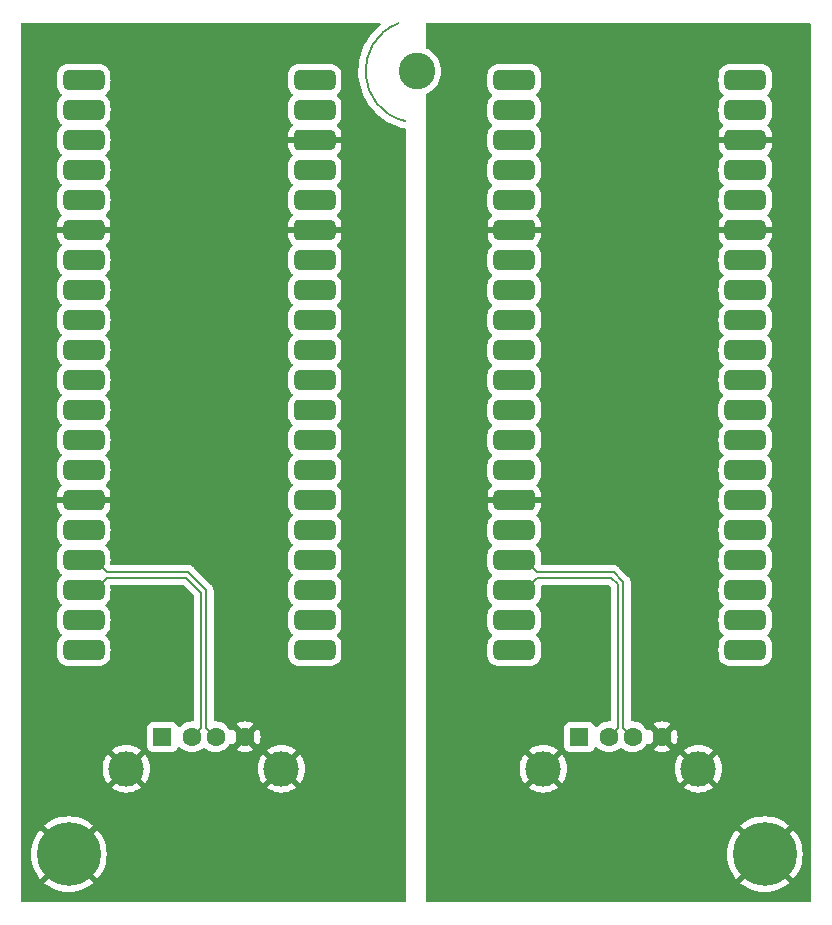
<source format=gbr>
%TF.GenerationSoftware,KiCad,Pcbnew,7.0.10*%
%TF.CreationDate,2024-02-20T22:57:10+05:30*%
%TF.ProjectId,DeskHop,4465736b-486f-4702-9e6b-696361645f70,v1*%
%TF.SameCoordinates,Original*%
%TF.FileFunction,Copper,L2,Bot*%
%TF.FilePolarity,Positive*%
%FSLAX46Y46*%
G04 Gerber Fmt 4.6, Leading zero omitted, Abs format (unit mm)*
G04 Created by KiCad (PCBNEW 7.0.10) date 2024-02-20 22:57:10*
%MOMM*%
%LPD*%
G01*
G04 APERTURE LIST*
G04 Aperture macros list*
%AMRoundRect*
0 Rectangle with rounded corners*
0 $1 Rounding radius*
0 $2 $3 $4 $5 $6 $7 $8 $9 X,Y pos of 4 corners*
0 Add a 4 corners polygon primitive as box body*
4,1,4,$2,$3,$4,$5,$6,$7,$8,$9,$2,$3,0*
0 Add four circle primitives for the rounded corners*
1,1,$1+$1,$2,$3*
1,1,$1+$1,$4,$5*
1,1,$1+$1,$6,$7*
1,1,$1+$1,$8,$9*
0 Add four rect primitives between the rounded corners*
20,1,$1+$1,$2,$3,$4,$5,0*
20,1,$1+$1,$4,$5,$6,$7,0*
20,1,$1+$1,$6,$7,$8,$9,0*
20,1,$1+$1,$8,$9,$2,$3,0*%
G04 Aperture macros list end*
%TA.AperFunction,NonConductor*%
%ADD10C,0.200000*%
%TD*%
%TA.AperFunction,ComponentPad*%
%ADD11C,3.100000*%
%TD*%
%TA.AperFunction,ComponentPad*%
%ADD12R,1.600000X1.500000*%
%TD*%
%TA.AperFunction,ComponentPad*%
%ADD13C,1.600000*%
%TD*%
%TA.AperFunction,ComponentPad*%
%ADD14C,3.000000*%
%TD*%
%TA.AperFunction,ConnectorPad*%
%ADD15C,5.400000*%
%TD*%
%TA.AperFunction,ComponentPad*%
%ADD16C,1.752600*%
%TD*%
%TA.AperFunction,SMDPad,CuDef*%
%ADD17RoundRect,0.425000X-1.325000X-0.425000X1.325000X-0.425000X1.325000X0.425000X-1.325000X0.425000X0*%
%TD*%
%TA.AperFunction,SMDPad,CuDef*%
%ADD18RoundRect,0.425000X1.325000X0.425000X-1.325000X0.425000X-1.325000X-0.425000X1.325000X-0.425000X0*%
%TD*%
%TA.AperFunction,ComponentPad*%
%ADD19RoundRect,0.438150X-0.438150X-0.438150X0.438150X-0.438150X0.438150X0.438150X-0.438150X0.438150X0*%
%TD*%
%TA.AperFunction,ViaPad*%
%ADD20C,0.800000*%
%TD*%
%TA.AperFunction,Conductor*%
%ADD21C,0.200000*%
%TD*%
G04 APERTURE END LIST*
D10*
X65786000Y-41148001D02*
G75*
G03*
X66360432Y-49447208I1524000J-4063999D01*
G01*
D11*
%TO.P,H3,1,1*%
%TO.N,unconnected-(H3-Pad1)*%
X67310000Y-45212000D03*
%TD*%
D12*
%TO.P,J4,1,VBUS*%
%TO.N,VBUS2*%
X45776000Y-101574000D03*
D13*
%TO.P,J4,2,D-*%
%TO.N,MCU1 D-*%
X48276000Y-101574000D03*
%TO.P,J4,3,D+*%
%TO.N,MCU1 D+*%
X50276000Y-101574000D03*
%TO.P,J4,4,GND*%
%TO.N,GND*%
X52776000Y-101574000D03*
D14*
%TO.P,J4,5,Shield*%
X42706000Y-104284000D03*
X55846000Y-104284000D03*
%TD*%
D11*
%TO.P,H2,1,1*%
%TO.N,GND2*%
X96774000Y-111506000D03*
D15*
X96774000Y-111506000D03*
%TD*%
D12*
%TO.P,J1,1,VBUS*%
%TO.N,VBUS1*%
X81082000Y-101574000D03*
D13*
%TO.P,J1,2,D-*%
%TO.N,MCU2 D-*%
X83582000Y-101574000D03*
%TO.P,J1,3,D+*%
%TO.N,MCU2 D+*%
X85582000Y-101574000D03*
%TO.P,J1,4,GND*%
%TO.N,GND2*%
X88082000Y-101574000D03*
D14*
%TO.P,J1,5,Shield*%
X78012000Y-104284000D03*
X91152000Y-104284000D03*
%TD*%
D16*
%TO.P,MCU2,1,GP0*%
%TO.N,unconnected-(MCU2-GP0-Pad1)*%
X76454000Y-45974000D03*
D17*
X75554000Y-45974000D03*
D16*
%TO.P,MCU2,2,GP1*%
%TO.N,unconnected-(MCU2-GP1-Pad2)*%
X76454000Y-48514000D03*
D18*
X75554000Y-48514000D03*
D16*
%TO.P,MCU2,3,GP2*%
%TO.N,unconnected-(MCU2-GP2-Pad3)*%
X76454000Y-51054000D03*
D18*
X75554000Y-51054000D03*
D16*
%TO.P,MCU2,4,GP3*%
%TO.N,unconnected-(MCU2-GP3-Pad4)*%
X76454000Y-53594000D03*
D18*
X75554000Y-53594000D03*
D16*
%TO.P,MCU2,5,GP4*%
%TO.N,unconnected-(MCU2-GP4-Pad5)*%
X76454000Y-56134000D03*
D18*
X75554000Y-56134000D03*
D19*
%TO.P,MCU2,6,GND*%
%TO.N,GND2*%
X76454000Y-58674000D03*
D18*
X75554000Y-58674000D03*
D16*
%TO.P,MCU2,7,GP5*%
%TO.N,unconnected-(MCU2-GP5-Pad7)*%
X76454000Y-61214000D03*
D18*
X75554000Y-61214000D03*
D16*
%TO.P,MCU2,8,GP6*%
%TO.N,unconnected-(MCU2-GP6-Pad8)*%
X76454000Y-63754000D03*
D18*
X75554000Y-63754000D03*
D16*
%TO.P,MCU2,9,GP7*%
%TO.N,unconnected-(MCU2-GP7-Pad9)*%
X76454000Y-66294000D03*
D18*
X75554000Y-66294000D03*
D16*
%TO.P,MCU2,10,GP8*%
%TO.N,unconnected-(MCU2-GP8-Pad10)*%
X76454000Y-68834000D03*
D18*
X75554000Y-68834000D03*
D16*
%TO.P,MCU2,11,GP9*%
%TO.N,unconnected-(MCU2-GP9-Pad11)*%
X76454000Y-71374000D03*
D18*
X75554000Y-71374000D03*
D16*
%TO.P,MCU2,12,GP10*%
%TO.N,unconnected-(MCU2-GP10-Pad12)*%
X76454000Y-73914000D03*
D18*
X75554000Y-73914000D03*
D16*
%TO.P,MCU2,13,GP11*%
%TO.N,unconnected-(MCU2-GP11-Pad13)*%
X76454000Y-76454000D03*
D18*
X75554000Y-76454000D03*
D16*
%TO.P,MCU2,14,GP12*%
%TO.N,UART A TX*%
X76454000Y-78994000D03*
D18*
X75554000Y-78994000D03*
D19*
%TO.P,MCU2,15,GND*%
%TO.N,GND2*%
X76454000Y-81534000D03*
D18*
X75554000Y-81534000D03*
D16*
%TO.P,MCU2,16,GP13*%
%TO.N,UART A RX*%
X76454000Y-84074000D03*
D18*
X75554000Y-84074000D03*
D16*
%TO.P,MCU2,17,GP14*%
%TO.N,MCU2 D+*%
X76454000Y-86614000D03*
D18*
X75554000Y-86614000D03*
D16*
%TO.P,MCU2,18,GP15*%
%TO.N,MCU2 D-*%
X76454000Y-89154000D03*
D18*
X75554000Y-89154000D03*
D16*
%TO.P,MCU2,19,GP16*%
%TO.N,unconnected-(MCU2-GP16-Pad19)*%
X76454000Y-91694000D03*
D18*
X75554000Y-91694000D03*
D16*
%TO.P,MCU2,20,GP17*%
%TO.N,unconnected-(MCU2-GP17-Pad20)*%
X76454000Y-94234000D03*
D18*
X75554000Y-94234000D03*
D16*
%TO.P,MCU2,21,GP18*%
%TO.N,unconnected-(MCU2-GP18-Pad21)*%
X94234000Y-94234000D03*
D17*
X95134000Y-94234000D03*
D16*
%TO.P,MCU2,22,GP19*%
%TO.N,unconnected-(MCU2-GP19-Pad22)*%
X94234000Y-91694000D03*
D17*
X95134000Y-91694000D03*
D16*
%TO.P,MCU2,23,GP20*%
%TO.N,unconnected-(MCU2-GP20-Pad23)*%
X94234000Y-89154000D03*
D17*
X95134000Y-89154000D03*
D16*
%TO.P,MCU2,24,GP21*%
%TO.N,unconnected-(MCU2-GP21-Pad24)*%
X94234000Y-86614000D03*
D17*
X95134000Y-86614000D03*
D16*
%TO.P,MCU2,25,GP22*%
%TO.N,unconnected-(MCU2-GP22-Pad25)*%
X94234000Y-84074000D03*
D17*
X95134000Y-84074000D03*
D16*
%TO.P,MCU2,26,GP23*%
%TO.N,unconnected-(MCU2-GP23-Pad26)*%
X94234000Y-81534000D03*
D17*
X95134000Y-81534000D03*
D16*
%TO.P,MCU2,27,GP24*%
%TO.N,unconnected-(MCU2-GP24-Pad27)*%
X94234000Y-78994000D03*
D17*
X95134000Y-78994000D03*
D16*
%TO.P,MCU2,28,GP25*%
%TO.N,unconnected-(MCU2-GP25-Pad28)*%
X94234000Y-76454000D03*
D17*
X95134000Y-76454000D03*
D19*
%TO.P,MCU2,29,AGND*%
%TO.N,unconnected-(MCU2-AGND-Pad29)*%
X94234000Y-73914000D03*
D17*
X95134000Y-73914000D03*
D16*
%TO.P,MCU2,30,GP26_A0*%
%TO.N,unconnected-(MCU2-GP26_A0-Pad30)*%
X94234000Y-71374000D03*
D17*
X95134000Y-71374000D03*
D16*
%TO.P,MCU2,31,GP27_A1*%
%TO.N,unconnected-(MCU2-GP27_A1-Pad31)*%
X94234000Y-68834000D03*
D17*
X95134000Y-68834000D03*
D16*
%TO.P,MCU2,32,GP28_A2*%
%TO.N,unconnected-(MCU2-GP28_A2-Pad32)*%
X94234000Y-66294000D03*
D17*
X95134000Y-66294000D03*
D16*
%TO.P,MCU2,33,GP29_A3*%
%TO.N,unconnected-(MCU2-GP29_A3-Pad33)*%
X94234000Y-63754000D03*
D17*
X95134000Y-63754000D03*
D16*
%TO.P,MCU2,34,RUN*%
%TO.N,unconnected-(MCU2-RUN-Pad34)*%
X94234000Y-61214000D03*
D17*
X95134000Y-61214000D03*
D19*
%TO.P,MCU2,35,GND*%
%TO.N,GND2*%
X94234000Y-58674000D03*
D17*
X95134000Y-58674000D03*
D16*
%TO.P,MCU2,36,3V3*%
%TO.N,3V3_BUS1*%
X94234000Y-56134000D03*
D17*
X95134000Y-56134000D03*
D16*
%TO.P,MCU2,37,3V3_EN*%
%TO.N,unconnected-(MCU2-3V3_EN-Pad37)*%
X94234000Y-53594000D03*
D17*
X95134000Y-53594000D03*
D19*
%TO.P,MCU2,38,GND*%
%TO.N,GND2*%
X94234000Y-51054000D03*
D17*
X95134000Y-51054000D03*
D16*
%TO.P,MCU2,39,VIN*%
%TO.N,unconnected-(MCU2-VIN-Pad39)*%
X94234000Y-48514000D03*
D17*
X95134000Y-48514000D03*
D16*
%TO.P,MCU2,40,VBUS*%
%TO.N,VBUS1*%
X94234000Y-45974000D03*
D17*
X95134000Y-45974000D03*
%TD*%
D11*
%TO.P,H1,1,1*%
%TO.N,GND*%
X37846000Y-111506000D03*
D15*
X37846000Y-111506000D03*
%TD*%
D16*
%TO.P,MCU1,1,GP0*%
%TO.N,unconnected-(MCU1-GP0-Pad1)*%
X39995523Y-45958249D03*
D17*
X39095523Y-45958249D03*
D16*
%TO.P,MCU1,2,GP1*%
%TO.N,unconnected-(MCU1-GP1-Pad2)*%
X39995523Y-48498249D03*
D18*
X39095523Y-48498249D03*
D16*
%TO.P,MCU1,3,GP2*%
%TO.N,unconnected-(MCU1-GP2-Pad3)*%
X39995523Y-51038249D03*
D18*
X39095523Y-51038249D03*
D16*
%TO.P,MCU1,4,GP3*%
%TO.N,unconnected-(MCU1-GP3-Pad4)*%
X39995523Y-53578249D03*
D18*
X39095523Y-53578249D03*
D16*
%TO.P,MCU1,5,GP4*%
%TO.N,unconnected-(MCU1-GP4-Pad5)*%
X39995523Y-56118249D03*
D18*
X39095523Y-56118249D03*
D19*
%TO.P,MCU1,6,GND*%
%TO.N,GND*%
X39995523Y-58658249D03*
D18*
X39095523Y-58658249D03*
D16*
%TO.P,MCU1,7,GP5*%
%TO.N,unconnected-(MCU1-GP5-Pad7)*%
X39995523Y-61198249D03*
D18*
X39095523Y-61198249D03*
D16*
%TO.P,MCU1,8,GP6*%
%TO.N,unconnected-(MCU1-GP6-Pad8)*%
X39995523Y-63738249D03*
D18*
X39095523Y-63738249D03*
D16*
%TO.P,MCU1,9,GP7*%
%TO.N,unconnected-(MCU1-GP7-Pad9)*%
X39995523Y-66278249D03*
D18*
X39095523Y-66278249D03*
D16*
%TO.P,MCU1,10,GP8*%
%TO.N,unconnected-(MCU1-GP8-Pad10)*%
X39995523Y-68818249D03*
D18*
X39095523Y-68818249D03*
D16*
%TO.P,MCU1,11,GP9*%
%TO.N,unconnected-(MCU1-GP9-Pad11)*%
X39995523Y-71358249D03*
D18*
X39095523Y-71358249D03*
%TO.P,MCU1,12,GP10*%
%TO.N,unconnected-(MCU1-GP10-Pad12)*%
X39095523Y-73898249D03*
D19*
X57775523Y-73898249D03*
D16*
%TO.P,MCU1,13,GP11*%
%TO.N,unconnected-(MCU1-GP11-Pad13)*%
X39995523Y-76438249D03*
D18*
X39095523Y-76438249D03*
D16*
%TO.P,MCU1,14,GP12*%
%TO.N,unconnected-(MCU1-GP12-Pad14)*%
X39995523Y-78978249D03*
D18*
X39095523Y-78978249D03*
D19*
%TO.P,MCU1,15,GND*%
%TO.N,GND*%
X39995523Y-81518249D03*
D18*
X39095523Y-81518249D03*
D16*
%TO.P,MCU1,16,GP13*%
%TO.N,unconnected-(MCU1-GP13-Pad16)*%
X39995523Y-84058249D03*
D18*
X39095523Y-84058249D03*
D16*
%TO.P,MCU1,17,GP14*%
%TO.N,MCU1 D+*%
X39995523Y-86598249D03*
D18*
X39095523Y-86598249D03*
D16*
%TO.P,MCU1,18,GP15*%
%TO.N,MCU1 D-*%
X39995523Y-89138249D03*
D18*
X39095523Y-89138249D03*
D16*
%TO.P,MCU1,19,GP16*%
%TO.N,unconnected-(MCU1-GP16-Pad19)*%
X39995523Y-91678249D03*
D18*
X39095523Y-91678249D03*
D16*
%TO.P,MCU1,20,GP17*%
%TO.N,unconnected-(MCU1-GP17-Pad20)*%
X39995523Y-94218249D03*
D18*
X39095523Y-94218249D03*
D16*
%TO.P,MCU1,21,GP18*%
%TO.N,UART B TX*%
X57775523Y-94218249D03*
D17*
X58675523Y-94218249D03*
D16*
%TO.P,MCU1,22,GP19*%
%TO.N,UART B RX*%
X57775523Y-91678249D03*
D17*
X58675523Y-91678249D03*
D16*
%TO.P,MCU1,23,GP20*%
%TO.N,unconnected-(MCU1-GP20-Pad23)*%
X57775523Y-89138249D03*
D17*
X58675523Y-89138249D03*
D16*
%TO.P,MCU1,24,GP21*%
%TO.N,unconnected-(MCU1-GP21-Pad24)*%
X57775523Y-86598249D03*
D17*
X58675523Y-86598249D03*
D16*
%TO.P,MCU1,25,GP22*%
%TO.N,unconnected-(MCU1-GP22-Pad25)*%
X57775523Y-84058249D03*
D17*
X58675523Y-84058249D03*
D16*
%TO.P,MCU1,26,GP23*%
%TO.N,unconnected-(MCU1-GP23-Pad26)*%
X57775523Y-81518249D03*
D17*
X58675523Y-81518249D03*
D16*
%TO.P,MCU1,27,GP24*%
%TO.N,unconnected-(MCU1-GP24-Pad27)*%
X57775523Y-78978249D03*
D17*
X58675523Y-78978249D03*
D16*
%TO.P,MCU1,28,GP25*%
%TO.N,unconnected-(MCU1-GP25-Pad28)*%
X57775523Y-76438249D03*
D17*
X58675523Y-76438249D03*
D16*
%TO.P,MCU1,29,AGND*%
%TO.N,unconnected-(MCU1-AGND-Pad29)*%
X39995523Y-73898249D03*
D17*
X58675523Y-73898249D03*
D16*
%TO.P,MCU1,30,GP26_A0*%
%TO.N,unconnected-(MCU1-GP26_A0-Pad30)*%
X57775523Y-71358249D03*
D17*
X58675523Y-71358249D03*
D16*
%TO.P,MCU1,31,GP27_A1*%
%TO.N,unconnected-(MCU1-GP27_A1-Pad31)*%
X57775523Y-68818249D03*
D17*
X58675523Y-68818249D03*
D16*
%TO.P,MCU1,32,GP28_A2*%
%TO.N,unconnected-(MCU1-GP28_A2-Pad32)*%
X57775523Y-66278249D03*
D17*
X58675523Y-66278249D03*
D16*
%TO.P,MCU1,33,GP29_A3*%
%TO.N,unconnected-(MCU1-GP29_A3-Pad33)*%
X57775523Y-63738249D03*
D17*
X58675523Y-63738249D03*
D16*
%TO.P,MCU1,34,RUN*%
%TO.N,unconnected-(MCU1-RUN-Pad34)*%
X57775523Y-61198249D03*
D17*
X58675523Y-61198249D03*
D19*
%TO.P,MCU1,35,GND*%
%TO.N,GND*%
X57775523Y-58658249D03*
D17*
X58675523Y-58658249D03*
D16*
%TO.P,MCU1,36,3V3*%
%TO.N,3V3_BUS2*%
X57775523Y-56118249D03*
D17*
X58675523Y-56118249D03*
D16*
%TO.P,MCU1,37,3V3_EN*%
%TO.N,unconnected-(MCU1-3V3_EN-Pad37)*%
X57775523Y-53578249D03*
D17*
X58675523Y-53578249D03*
D19*
%TO.P,MCU1,38,GND*%
%TO.N,GND*%
X57775523Y-51038249D03*
D17*
X58675523Y-51038249D03*
D16*
%TO.P,MCU1,39,VIN*%
%TO.N,unconnected-(MCU1-VIN-Pad39)*%
X57775523Y-48498249D03*
D17*
X58675523Y-48498249D03*
D16*
%TO.P,MCU1,40,VBUS*%
%TO.N,VBUS2*%
X57775523Y-45958249D03*
D17*
X58675523Y-45958249D03*
%TD*%
D20*
%TO.N,GND2*%
X69060600Y-75014100D03*
%TD*%
D21*
%TO.N,MCU2 D-*%
X84356999Y-100799001D02*
X83582000Y-101574000D01*
X76454000Y-89154000D02*
X77499000Y-88109000D01*
X77499000Y-88109000D02*
X83790800Y-88109000D01*
X84356999Y-88675199D02*
X84356999Y-100799001D01*
X83790800Y-88109000D02*
X84356999Y-88675199D01*
%TO.N,MCU2 D+*%
X84807001Y-88488801D02*
X84807001Y-100799001D01*
X76454000Y-86614000D02*
X77499000Y-87659000D01*
X84807001Y-100799001D02*
X85582000Y-101574000D01*
X83977200Y-87659000D02*
X84807001Y-88488801D01*
X77499000Y-87659000D02*
X83977200Y-87659000D01*
%TO.N,MCU1 D-*%
X49050999Y-100799001D02*
X48276000Y-101574000D01*
X47775050Y-88093250D02*
X49050999Y-89369199D01*
X39995523Y-89138249D02*
X41040522Y-88093250D01*
X41040522Y-88093250D02*
X47775050Y-88093250D01*
X49050999Y-89369199D02*
X49050999Y-100799001D01*
%TO.N,MCU1 D+*%
X39995523Y-86598249D02*
X41040522Y-87643248D01*
X49501001Y-100799001D02*
X50276000Y-101574000D01*
X41040522Y-87643248D02*
X47961448Y-87643248D01*
X47961448Y-87643248D02*
X49501001Y-89182801D01*
X49501001Y-89182801D02*
X49501001Y-100799001D01*
%TD*%
%TA.AperFunction,Conductor*%
%TO.N,GND*%
G36*
X64221287Y-41130309D02*
G01*
X64267042Y-41183113D01*
X64276986Y-41252271D01*
X64247961Y-41315827D01*
X64235286Y-41328478D01*
X64038835Y-41498082D01*
X63910366Y-41608993D01*
X63605703Y-41923025D01*
X63329938Y-42262715D01*
X63085226Y-42625411D01*
X63085213Y-42625431D01*
X62873469Y-43008285D01*
X62873460Y-43008304D01*
X62696319Y-43408360D01*
X62696318Y-43408364D01*
X62555165Y-43822502D01*
X62451103Y-44247485D01*
X62451099Y-44247505D01*
X62384949Y-44679980D01*
X62384948Y-44679990D01*
X62380753Y-44746042D01*
X62358526Y-45096036D01*
X62357216Y-45116660D01*
X62357215Y-45116674D01*
X62368121Y-45554036D01*
X62368123Y-45554072D01*
X62417578Y-45988767D01*
X62417579Y-45988773D01*
X62417580Y-45988780D01*
X62417581Y-45988785D01*
X62464790Y-46219734D01*
X62505207Y-46417457D01*
X62630317Y-46836725D01*
X62791935Y-47243319D01*
X62988800Y-47634064D01*
X63219374Y-48005912D01*
X63481867Y-48355973D01*
X63774211Y-48681490D01*
X63774214Y-48681492D01*
X63774216Y-48681495D01*
X64094153Y-48979956D01*
X64094157Y-48979959D01*
X64094158Y-48979960D01*
X64129587Y-49007589D01*
X64439177Y-49249021D01*
X64806598Y-49486592D01*
X65193548Y-49690816D01*
X65597009Y-49860099D01*
X65597015Y-49860101D01*
X65597025Y-49860105D01*
X66013819Y-49993116D01*
X66013835Y-49993121D01*
X66227306Y-50040967D01*
X66299402Y-50057131D01*
X66299404Y-50057130D01*
X66299998Y-50057264D01*
X66361107Y-50091138D01*
X66394201Y-50152673D01*
X66396870Y-50178222D01*
X66416808Y-115416837D01*
X66397144Y-115483883D01*
X66344354Y-115529654D01*
X66292808Y-115540875D01*
X33922903Y-115540875D01*
X33855864Y-115521190D01*
X33810109Y-115468386D01*
X33798903Y-115416875D01*
X33798903Y-111506000D01*
X34640958Y-111506000D01*
X34661110Y-111864846D01*
X34661112Y-111864858D01*
X34721314Y-112219185D01*
X34721316Y-112219194D01*
X34820812Y-112564552D01*
X34958353Y-112896609D01*
X34958355Y-112896613D01*
X35132215Y-113211189D01*
X35132218Y-113211194D01*
X35340193Y-113504306D01*
X35412844Y-113585601D01*
X36731073Y-112267372D01*
X36807890Y-112377078D01*
X36974922Y-112544110D01*
X37084626Y-112620925D01*
X35766397Y-113939154D01*
X35847693Y-114011806D01*
X36140805Y-114219781D01*
X36140810Y-114219784D01*
X36455386Y-114393644D01*
X36455390Y-114393646D01*
X36787447Y-114531187D01*
X37132805Y-114630683D01*
X37132814Y-114630685D01*
X37487141Y-114690887D01*
X37487153Y-114690889D01*
X37846000Y-114711041D01*
X38204846Y-114690889D01*
X38204858Y-114690887D01*
X38559185Y-114630685D01*
X38559194Y-114630683D01*
X38904552Y-114531187D01*
X39236609Y-114393646D01*
X39236613Y-114393644D01*
X39551189Y-114219784D01*
X39551194Y-114219781D01*
X39844299Y-114011811D01*
X39844322Y-114011793D01*
X39925602Y-113939155D01*
X39925602Y-113939154D01*
X38607373Y-112620925D01*
X38717078Y-112544110D01*
X38884110Y-112377078D01*
X38960926Y-112267373D01*
X40279154Y-113585602D01*
X40279155Y-113585602D01*
X40351793Y-113504322D01*
X40351811Y-113504299D01*
X40559781Y-113211194D01*
X40559784Y-113211189D01*
X40733644Y-112896613D01*
X40733646Y-112896609D01*
X40871187Y-112564552D01*
X40970683Y-112219194D01*
X40970685Y-112219185D01*
X41030887Y-111864858D01*
X41030889Y-111864846D01*
X41051041Y-111506000D01*
X41030889Y-111147153D01*
X41030887Y-111147141D01*
X40970685Y-110792814D01*
X40970683Y-110792805D01*
X40871187Y-110447447D01*
X40733646Y-110115390D01*
X40733644Y-110115386D01*
X40559784Y-109800810D01*
X40559781Y-109800805D01*
X40351806Y-109507693D01*
X40279154Y-109426397D01*
X38960925Y-110744626D01*
X38884110Y-110634922D01*
X38717078Y-110467890D01*
X38607373Y-110391073D01*
X39925601Y-109072844D01*
X39925602Y-109072844D01*
X39844306Y-109000193D01*
X39551194Y-108792218D01*
X39551189Y-108792215D01*
X39236613Y-108618355D01*
X39236609Y-108618353D01*
X38904552Y-108480812D01*
X38559194Y-108381316D01*
X38559185Y-108381314D01*
X38204858Y-108321112D01*
X38204846Y-108321110D01*
X37846000Y-108300958D01*
X37487153Y-108321110D01*
X37487141Y-108321112D01*
X37132814Y-108381314D01*
X37132805Y-108381316D01*
X36787447Y-108480812D01*
X36455390Y-108618353D01*
X36455386Y-108618355D01*
X36140810Y-108792215D01*
X36140805Y-108792218D01*
X35847693Y-109000193D01*
X35766397Y-109072844D01*
X37084626Y-110391073D01*
X36974922Y-110467890D01*
X36807890Y-110634922D01*
X36731073Y-110744626D01*
X35412844Y-109426397D01*
X35340193Y-109507693D01*
X35132218Y-109800805D01*
X35132215Y-109800810D01*
X34958355Y-110115386D01*
X34958353Y-110115390D01*
X34820812Y-110447447D01*
X34721316Y-110792805D01*
X34721314Y-110792814D01*
X34661112Y-111147141D01*
X34661110Y-111147153D01*
X34640958Y-111506000D01*
X33798903Y-111506000D01*
X33798903Y-104284001D01*
X40700891Y-104284001D01*
X40721300Y-104569362D01*
X40782109Y-104848895D01*
X40882091Y-105116958D01*
X41019191Y-105368038D01*
X41019196Y-105368046D01*
X41125882Y-105510561D01*
X41125883Y-105510562D01*
X41735438Y-104901006D01*
X41784348Y-104979999D01*
X41927931Y-105137501D01*
X42086388Y-105257163D01*
X41479436Y-105864115D01*
X41621960Y-105970807D01*
X41621961Y-105970808D01*
X41873042Y-106107908D01*
X41873041Y-106107908D01*
X42141104Y-106207890D01*
X42420637Y-106268699D01*
X42705999Y-106289109D01*
X42706001Y-106289109D01*
X42991362Y-106268699D01*
X43270895Y-106207890D01*
X43538958Y-106107908D01*
X43790047Y-105970803D01*
X43932561Y-105864116D01*
X43932562Y-105864115D01*
X43325611Y-105257163D01*
X43484069Y-105137501D01*
X43627652Y-104979999D01*
X43676560Y-104901007D01*
X44286115Y-105510562D01*
X44286116Y-105510561D01*
X44392803Y-105368047D01*
X44529908Y-105116958D01*
X44629890Y-104848895D01*
X44690699Y-104569362D01*
X44711109Y-104284001D01*
X53840891Y-104284001D01*
X53861300Y-104569362D01*
X53922109Y-104848895D01*
X54022091Y-105116958D01*
X54159191Y-105368038D01*
X54159196Y-105368046D01*
X54265882Y-105510561D01*
X54265883Y-105510562D01*
X54875438Y-104901006D01*
X54924348Y-104979999D01*
X55067931Y-105137501D01*
X55226388Y-105257163D01*
X54619436Y-105864115D01*
X54761960Y-105970807D01*
X54761961Y-105970808D01*
X55013042Y-106107908D01*
X55013041Y-106107908D01*
X55281104Y-106207890D01*
X55560637Y-106268699D01*
X55845999Y-106289109D01*
X55846001Y-106289109D01*
X56131362Y-106268699D01*
X56410895Y-106207890D01*
X56678958Y-106107908D01*
X56930047Y-105970803D01*
X57072561Y-105864116D01*
X57072562Y-105864115D01*
X56465611Y-105257163D01*
X56624069Y-105137501D01*
X56767652Y-104979999D01*
X56816560Y-104901007D01*
X57426115Y-105510562D01*
X57426116Y-105510561D01*
X57532803Y-105368047D01*
X57669908Y-105116958D01*
X57769890Y-104848895D01*
X57830699Y-104569362D01*
X57851109Y-104284001D01*
X57851109Y-104283998D01*
X57830699Y-103998637D01*
X57769890Y-103719104D01*
X57669908Y-103451041D01*
X57532808Y-103199961D01*
X57532807Y-103199960D01*
X57426115Y-103057436D01*
X56816560Y-103666991D01*
X56767652Y-103588001D01*
X56624069Y-103430499D01*
X56465610Y-103310835D01*
X57072562Y-102703883D01*
X57072561Y-102703882D01*
X56930046Y-102597196D01*
X56930038Y-102597191D01*
X56678957Y-102460091D01*
X56678958Y-102460091D01*
X56410895Y-102360109D01*
X56131362Y-102299300D01*
X55846001Y-102278891D01*
X55845999Y-102278891D01*
X55560637Y-102299300D01*
X55281104Y-102360109D01*
X55013041Y-102460091D01*
X54761961Y-102597191D01*
X54761953Y-102597196D01*
X54619437Y-102703882D01*
X54619436Y-102703883D01*
X55226389Y-103310835D01*
X55067931Y-103430499D01*
X54924348Y-103588001D01*
X54875439Y-103666992D01*
X54265883Y-103057436D01*
X54265882Y-103057437D01*
X54159196Y-103199953D01*
X54159191Y-103199961D01*
X54022091Y-103451041D01*
X53922109Y-103719104D01*
X53861300Y-103998637D01*
X53840891Y-104283998D01*
X53840891Y-104284001D01*
X44711109Y-104284001D01*
X44711109Y-104283998D01*
X44690699Y-103998637D01*
X44629890Y-103719104D01*
X44529908Y-103451041D01*
X44392808Y-103199961D01*
X44392807Y-103199960D01*
X44286115Y-103057436D01*
X43676560Y-103666991D01*
X43627652Y-103588001D01*
X43484069Y-103430499D01*
X43325610Y-103310835D01*
X43932562Y-102703883D01*
X43932561Y-102703882D01*
X43790046Y-102597196D01*
X43790038Y-102597191D01*
X43538957Y-102460091D01*
X43538958Y-102460091D01*
X43270895Y-102360109D01*
X42991362Y-102299300D01*
X42706001Y-102278891D01*
X42705999Y-102278891D01*
X42420637Y-102299300D01*
X42141104Y-102360109D01*
X41873041Y-102460091D01*
X41621961Y-102597191D01*
X41621953Y-102597196D01*
X41479437Y-102703882D01*
X41479436Y-102703883D01*
X42086389Y-103310835D01*
X41927931Y-103430499D01*
X41784348Y-103588001D01*
X41735439Y-103666992D01*
X41125883Y-103057436D01*
X41125882Y-103057437D01*
X41019196Y-103199953D01*
X41019191Y-103199961D01*
X40882091Y-103451041D01*
X40782109Y-103719104D01*
X40721300Y-103998637D01*
X40700891Y-104283998D01*
X40700891Y-104284001D01*
X33798903Y-104284001D01*
X33798903Y-94708575D01*
X36837023Y-94708575D01*
X36837024Y-94708594D01*
X36843436Y-94790083D01*
X36843437Y-94790085D01*
X36894225Y-94979628D01*
X36983312Y-95154470D01*
X37106803Y-95306969D01*
X37259302Y-95430460D01*
X37434144Y-95519547D01*
X37623687Y-95570335D01*
X37705186Y-95576749D01*
X39712887Y-95576748D01*
X39733297Y-95578439D01*
X39880775Y-95603049D01*
X39880776Y-95603049D01*
X40110270Y-95603049D01*
X40110271Y-95603049D01*
X40257749Y-95578438D01*
X40278158Y-95576748D01*
X40485850Y-95576748D01*
X40485859Y-95576748D01*
X40567359Y-95570335D01*
X40756902Y-95519547D01*
X40931744Y-95430460D01*
X41084243Y-95306969D01*
X41207734Y-95154470D01*
X41296821Y-94979628D01*
X41347609Y-94790085D01*
X41354023Y-94708586D01*
X41354022Y-94510176D01*
X41357817Y-94479734D01*
X41366117Y-94446961D01*
X41385069Y-94218249D01*
X41366117Y-93989537D01*
X41366116Y-93989532D01*
X41357816Y-93956756D01*
X41354022Y-93926316D01*
X41354022Y-93727922D01*
X41354021Y-93727912D01*
X41347609Y-93646413D01*
X41296821Y-93456870D01*
X41207734Y-93282028D01*
X41084243Y-93129529D01*
X40979381Y-93044613D01*
X40939671Y-92987128D01*
X40937343Y-92917297D01*
X40973138Y-92857293D01*
X40979371Y-92851891D01*
X41084243Y-92766969D01*
X41207734Y-92614470D01*
X41296821Y-92439628D01*
X41347609Y-92250085D01*
X41354023Y-92168586D01*
X41354022Y-91970176D01*
X41357817Y-91939734D01*
X41366117Y-91906961D01*
X41385069Y-91678249D01*
X41366117Y-91449537D01*
X41366116Y-91449532D01*
X41357816Y-91416756D01*
X41354022Y-91386316D01*
X41354022Y-91187922D01*
X41354021Y-91187912D01*
X41347609Y-91106413D01*
X41296821Y-90916870D01*
X41207734Y-90742028D01*
X41084243Y-90589529D01*
X40979381Y-90504613D01*
X40939671Y-90447128D01*
X40937343Y-90377297D01*
X40973138Y-90317293D01*
X40979371Y-90311891D01*
X41084243Y-90226969D01*
X41207734Y-90074470D01*
X41296821Y-89899628D01*
X41347609Y-89710085D01*
X41354023Y-89628586D01*
X41354022Y-89430176D01*
X41357817Y-89399734D01*
X41366117Y-89366961D01*
X41371399Y-89303207D01*
X41385069Y-89138254D01*
X41385069Y-89138243D01*
X41366118Y-88909545D01*
X41366116Y-88909532D01*
X41357816Y-88876756D01*
X41354022Y-88846316D01*
X41354022Y-88825750D01*
X41373707Y-88758711D01*
X41426511Y-88712956D01*
X41478022Y-88701750D01*
X47471639Y-88701750D01*
X47538678Y-88721435D01*
X47559320Y-88738069D01*
X48406180Y-89584929D01*
X48439665Y-89646252D01*
X48442499Y-89672610D01*
X48442499Y-100139746D01*
X48422814Y-100206785D01*
X48370010Y-100252540D01*
X48307693Y-100263274D01*
X48276004Y-100260502D01*
X48275998Y-100260502D01*
X48047918Y-100280456D01*
X48047910Y-100280457D01*
X47826761Y-100339714D01*
X47826750Y-100339718D01*
X47619254Y-100436475D01*
X47619252Y-100436476D01*
X47431699Y-100567803D01*
X47270579Y-100728923D01*
X47209256Y-100762407D01*
X47139564Y-100757423D01*
X47083631Y-100715551D01*
X47066717Y-100684576D01*
X47045544Y-100627813D01*
X47026889Y-100577796D01*
X46939261Y-100460739D01*
X46822204Y-100373111D01*
X46685203Y-100322011D01*
X46624654Y-100315500D01*
X46624638Y-100315500D01*
X44927362Y-100315500D01*
X44927345Y-100315500D01*
X44866797Y-100322011D01*
X44866795Y-100322011D01*
X44729795Y-100373111D01*
X44612739Y-100460739D01*
X44525111Y-100577795D01*
X44474011Y-100714795D01*
X44474011Y-100714797D01*
X44467500Y-100775345D01*
X44467500Y-102372654D01*
X44474011Y-102433202D01*
X44474011Y-102433204D01*
X44525111Y-102570203D01*
X44525111Y-102570204D01*
X44612739Y-102687261D01*
X44729796Y-102774889D01*
X44866799Y-102825989D01*
X44894050Y-102828918D01*
X44927345Y-102832499D01*
X44927362Y-102832500D01*
X46624638Y-102832500D01*
X46624654Y-102832499D01*
X46651692Y-102829591D01*
X46685201Y-102825989D01*
X46822204Y-102774889D01*
X46939261Y-102687261D01*
X47026889Y-102570204D01*
X47040586Y-102533480D01*
X47066717Y-102463424D01*
X47108588Y-102407490D01*
X47174053Y-102383074D01*
X47242326Y-102397926D01*
X47270579Y-102419077D01*
X47431700Y-102580198D01*
X47619251Y-102711523D01*
X47744091Y-102769736D01*
X47826750Y-102808281D01*
X47826752Y-102808281D01*
X47826757Y-102808284D01*
X48047913Y-102867543D01*
X48210832Y-102881796D01*
X48275998Y-102887498D01*
X48276000Y-102887498D01*
X48276002Y-102887498D01*
X48333021Y-102882509D01*
X48504087Y-102867543D01*
X48725243Y-102808284D01*
X48932749Y-102711523D01*
X49120300Y-102580198D01*
X49188319Y-102512179D01*
X49249642Y-102478694D01*
X49319334Y-102483678D01*
X49363681Y-102512179D01*
X49431700Y-102580198D01*
X49619251Y-102711523D01*
X49744091Y-102769736D01*
X49826750Y-102808281D01*
X49826752Y-102808281D01*
X49826757Y-102808284D01*
X50047913Y-102867543D01*
X50210832Y-102881796D01*
X50275998Y-102887498D01*
X50276000Y-102887498D01*
X50276002Y-102887498D01*
X50333021Y-102882509D01*
X50504087Y-102867543D01*
X50725243Y-102808284D01*
X50932749Y-102711523D01*
X51120300Y-102580198D01*
X51282198Y-102418300D01*
X51413523Y-102230749D01*
X51418305Y-102220493D01*
X51464472Y-102168054D01*
X51531665Y-102148898D01*
X51598547Y-102169110D01*
X51643067Y-102220483D01*
X51645862Y-102226477D01*
X51645863Y-102226478D01*
X51696974Y-102299472D01*
X52313064Y-101683382D01*
X52339481Y-101773351D01*
X52413327Y-101888258D01*
X52516555Y-101977705D01*
X52640801Y-102034446D01*
X52665548Y-102038004D01*
X52050526Y-102653025D01*
X52123513Y-102704132D01*
X52123521Y-102704136D01*
X52329668Y-102800264D01*
X52329682Y-102800269D01*
X52549389Y-102859139D01*
X52549400Y-102859141D01*
X52775998Y-102878966D01*
X52776002Y-102878966D01*
X53002599Y-102859141D01*
X53002610Y-102859139D01*
X53222317Y-102800269D01*
X53222331Y-102800264D01*
X53428478Y-102704136D01*
X53501471Y-102653024D01*
X52886451Y-102038004D01*
X52911199Y-102034446D01*
X53035445Y-101977705D01*
X53138673Y-101888258D01*
X53212519Y-101773351D01*
X53238935Y-101683382D01*
X53855024Y-102299471D01*
X53906136Y-102226478D01*
X54002264Y-102020331D01*
X54002269Y-102020317D01*
X54061139Y-101800610D01*
X54061141Y-101800599D01*
X54080966Y-101574002D01*
X54080966Y-101573997D01*
X54061141Y-101347400D01*
X54061139Y-101347389D01*
X54002269Y-101127682D01*
X54002264Y-101127668D01*
X53906136Y-100921521D01*
X53906132Y-100921513D01*
X53855025Y-100848526D01*
X53238935Y-101464616D01*
X53212519Y-101374649D01*
X53138673Y-101259742D01*
X53035445Y-101170295D01*
X52911199Y-101113554D01*
X52886451Y-101109995D01*
X53501472Y-100494974D01*
X53428478Y-100443863D01*
X53222331Y-100347735D01*
X53222317Y-100347730D01*
X53002610Y-100288860D01*
X53002599Y-100288858D01*
X52776002Y-100269034D01*
X52775998Y-100269034D01*
X52549400Y-100288858D01*
X52549389Y-100288860D01*
X52329682Y-100347730D01*
X52329673Y-100347734D01*
X52123516Y-100443866D01*
X52123512Y-100443868D01*
X52050526Y-100494973D01*
X52050526Y-100494974D01*
X52665548Y-101109995D01*
X52640801Y-101113554D01*
X52516555Y-101170295D01*
X52413327Y-101259742D01*
X52339481Y-101374649D01*
X52313064Y-101464616D01*
X51696974Y-100848526D01*
X51696973Y-100848526D01*
X51645868Y-100921512D01*
X51645865Y-100921518D01*
X51643070Y-100927513D01*
X51596897Y-100979951D01*
X51529703Y-100999102D01*
X51462822Y-100978885D01*
X51418307Y-100927511D01*
X51413523Y-100917251D01*
X51282198Y-100729700D01*
X51120300Y-100567802D01*
X50932749Y-100436477D01*
X50932745Y-100436475D01*
X50725249Y-100339718D01*
X50725238Y-100339714D01*
X50504089Y-100280457D01*
X50504081Y-100280456D01*
X50276002Y-100260502D01*
X50275996Y-100260502D01*
X50244307Y-100263274D01*
X50175807Y-100249507D01*
X50125625Y-100200891D01*
X50109501Y-100139746D01*
X50109501Y-94218254D01*
X56385977Y-94218254D01*
X56404927Y-94446954D01*
X56404928Y-94446960D01*
X56413229Y-94479738D01*
X56417023Y-94510176D01*
X56417023Y-94708575D01*
X56417024Y-94708594D01*
X56423436Y-94790083D01*
X56423437Y-94790085D01*
X56474225Y-94979628D01*
X56563312Y-95154470D01*
X56686803Y-95306969D01*
X56839302Y-95430460D01*
X57014144Y-95519547D01*
X57203687Y-95570335D01*
X57285186Y-95576749D01*
X57492889Y-95576748D01*
X57513300Y-95578439D01*
X57568890Y-95587715D01*
X57660775Y-95603049D01*
X57660780Y-95603049D01*
X57890266Y-95603049D01*
X57890271Y-95603049D01*
X57995398Y-95585505D01*
X58037746Y-95578439D01*
X58058156Y-95576748D01*
X60065850Y-95576748D01*
X60065859Y-95576748D01*
X60147359Y-95570335D01*
X60336902Y-95519547D01*
X60511744Y-95430460D01*
X60664243Y-95306969D01*
X60787734Y-95154470D01*
X60876821Y-94979628D01*
X60927609Y-94790085D01*
X60934023Y-94708586D01*
X60934022Y-93727913D01*
X60927609Y-93646413D01*
X60876821Y-93456870D01*
X60787734Y-93282028D01*
X60664243Y-93129529D01*
X60559381Y-93044613D01*
X60519671Y-92987128D01*
X60517343Y-92917297D01*
X60553138Y-92857293D01*
X60559371Y-92851891D01*
X60664243Y-92766969D01*
X60787734Y-92614470D01*
X60876821Y-92439628D01*
X60927609Y-92250085D01*
X60934023Y-92168586D01*
X60934022Y-91187913D01*
X60927609Y-91106413D01*
X60876821Y-90916870D01*
X60787734Y-90742028D01*
X60664243Y-90589529D01*
X60559381Y-90504613D01*
X60519671Y-90447128D01*
X60517343Y-90377297D01*
X60553138Y-90317293D01*
X60559371Y-90311891D01*
X60664243Y-90226969D01*
X60787734Y-90074470D01*
X60876821Y-89899628D01*
X60927609Y-89710085D01*
X60934023Y-89628586D01*
X60934022Y-88647913D01*
X60927609Y-88566413D01*
X60876821Y-88376870D01*
X60787734Y-88202028D01*
X60664243Y-88049529D01*
X60559381Y-87964613D01*
X60519671Y-87907128D01*
X60517343Y-87837297D01*
X60553138Y-87777293D01*
X60559371Y-87771891D01*
X60664243Y-87686969D01*
X60787734Y-87534470D01*
X60876821Y-87359628D01*
X60927609Y-87170085D01*
X60934023Y-87088586D01*
X60934022Y-86107913D01*
X60927609Y-86026413D01*
X60876821Y-85836870D01*
X60787734Y-85662028D01*
X60664243Y-85509529D01*
X60559381Y-85424613D01*
X60519671Y-85367128D01*
X60517343Y-85297297D01*
X60553138Y-85237293D01*
X60559371Y-85231891D01*
X60664243Y-85146969D01*
X60787734Y-84994470D01*
X60876821Y-84819628D01*
X60927609Y-84630085D01*
X60934023Y-84548586D01*
X60934022Y-83567913D01*
X60927609Y-83486413D01*
X60876821Y-83296870D01*
X60787734Y-83122028D01*
X60664243Y-82969529D01*
X60559381Y-82884613D01*
X60519671Y-82827128D01*
X60517343Y-82757297D01*
X60553138Y-82697293D01*
X60559371Y-82691891D01*
X60664243Y-82606969D01*
X60787734Y-82454470D01*
X60876821Y-82279628D01*
X60927609Y-82090085D01*
X60934023Y-82008586D01*
X60934022Y-81027913D01*
X60927609Y-80946413D01*
X60876821Y-80756870D01*
X60787734Y-80582028D01*
X60664243Y-80429529D01*
X60559381Y-80344613D01*
X60519671Y-80287128D01*
X60517343Y-80217297D01*
X60553138Y-80157293D01*
X60559371Y-80151891D01*
X60664243Y-80066969D01*
X60787734Y-79914470D01*
X60876821Y-79739628D01*
X60927609Y-79550085D01*
X60934023Y-79468586D01*
X60934022Y-78487913D01*
X60927609Y-78406413D01*
X60876821Y-78216870D01*
X60787734Y-78042028D01*
X60664243Y-77889529D01*
X60559381Y-77804613D01*
X60519671Y-77747128D01*
X60517343Y-77677297D01*
X60553138Y-77617293D01*
X60559371Y-77611891D01*
X60664243Y-77526969D01*
X60787734Y-77374470D01*
X60876821Y-77199628D01*
X60927609Y-77010085D01*
X60934023Y-76928586D01*
X60934022Y-75947913D01*
X60927609Y-75866413D01*
X60876821Y-75676870D01*
X60787734Y-75502028D01*
X60664243Y-75349529D01*
X60559381Y-75264613D01*
X60519671Y-75207128D01*
X60517343Y-75137297D01*
X60553138Y-75077293D01*
X60559371Y-75071891D01*
X60664243Y-74986969D01*
X60787734Y-74834470D01*
X60876821Y-74659628D01*
X60927609Y-74470085D01*
X60934023Y-74388586D01*
X60934022Y-73898249D01*
X60934022Y-73407922D01*
X60934021Y-73407912D01*
X60927609Y-73326413D01*
X60876821Y-73136870D01*
X60787734Y-72962028D01*
X60664243Y-72809529D01*
X60559381Y-72724613D01*
X60519671Y-72667128D01*
X60517343Y-72597297D01*
X60553138Y-72537293D01*
X60559371Y-72531891D01*
X60664243Y-72446969D01*
X60787734Y-72294470D01*
X60876821Y-72119628D01*
X60927609Y-71930085D01*
X60934023Y-71848586D01*
X60934022Y-70867913D01*
X60927609Y-70786413D01*
X60876821Y-70596870D01*
X60787734Y-70422028D01*
X60664243Y-70269529D01*
X60559381Y-70184613D01*
X60519671Y-70127128D01*
X60517343Y-70057297D01*
X60553138Y-69997293D01*
X60559371Y-69991891D01*
X60664243Y-69906969D01*
X60787734Y-69754470D01*
X60876821Y-69579628D01*
X60927609Y-69390085D01*
X60934023Y-69308586D01*
X60934022Y-68327913D01*
X60927609Y-68246413D01*
X60876821Y-68056870D01*
X60787734Y-67882028D01*
X60664243Y-67729529D01*
X60559381Y-67644613D01*
X60519671Y-67587128D01*
X60517343Y-67517297D01*
X60553138Y-67457293D01*
X60559371Y-67451891D01*
X60664243Y-67366969D01*
X60787734Y-67214470D01*
X60876821Y-67039628D01*
X60927609Y-66850085D01*
X60934023Y-66768586D01*
X60934022Y-65787913D01*
X60927609Y-65706413D01*
X60876821Y-65516870D01*
X60787734Y-65342028D01*
X60664243Y-65189529D01*
X60559381Y-65104613D01*
X60519671Y-65047128D01*
X60517343Y-64977297D01*
X60553138Y-64917293D01*
X60559371Y-64911891D01*
X60664243Y-64826969D01*
X60787734Y-64674470D01*
X60876821Y-64499628D01*
X60927609Y-64310085D01*
X60934023Y-64228586D01*
X60934022Y-63247913D01*
X60927609Y-63166413D01*
X60876821Y-62976870D01*
X60787734Y-62802028D01*
X60664243Y-62649529D01*
X60559381Y-62564613D01*
X60519671Y-62507128D01*
X60517343Y-62437297D01*
X60553138Y-62377293D01*
X60559371Y-62371891D01*
X60664243Y-62286969D01*
X60787734Y-62134470D01*
X60876821Y-61959628D01*
X60927609Y-61770085D01*
X60934023Y-61688586D01*
X60934022Y-60707913D01*
X60927609Y-60626413D01*
X60876821Y-60436870D01*
X60787734Y-60262028D01*
X60664243Y-60109529D01*
X60552626Y-60019144D01*
X60512917Y-59961659D01*
X60510589Y-59891828D01*
X60546384Y-59831824D01*
X60552628Y-59826414D01*
X60658198Y-59740924D01*
X60780565Y-59589816D01*
X60868840Y-59416564D01*
X60919167Y-59228746D01*
X60925522Y-59147992D01*
X60925523Y-59147979D01*
X60925523Y-58908249D01*
X58266236Y-58908249D01*
X58315227Y-58770401D01*
X58325472Y-58620631D01*
X58294929Y-58473652D01*
X58261040Y-58408249D01*
X60925523Y-58408249D01*
X60925523Y-58168518D01*
X60925522Y-58168505D01*
X60919167Y-58087751D01*
X60868840Y-57899933D01*
X60780565Y-57726681D01*
X60658198Y-57575572D01*
X60552628Y-57490082D01*
X60512917Y-57432595D01*
X60510590Y-57362764D01*
X60546386Y-57302760D01*
X60552630Y-57297351D01*
X60664243Y-57206969D01*
X60787734Y-57054470D01*
X60876821Y-56879628D01*
X60927609Y-56690085D01*
X60934023Y-56608586D01*
X60934022Y-55627913D01*
X60927609Y-55546413D01*
X60876821Y-55356870D01*
X60787734Y-55182028D01*
X60664243Y-55029529D01*
X60559381Y-54944613D01*
X60519671Y-54887128D01*
X60517343Y-54817297D01*
X60553138Y-54757293D01*
X60559371Y-54751891D01*
X60664243Y-54666969D01*
X60787734Y-54514470D01*
X60876821Y-54339628D01*
X60927609Y-54150085D01*
X60934023Y-54068586D01*
X60934022Y-53087913D01*
X60927609Y-53006413D01*
X60876821Y-52816870D01*
X60787734Y-52642028D01*
X60664243Y-52489529D01*
X60552626Y-52399144D01*
X60512917Y-52341659D01*
X60510589Y-52271828D01*
X60546384Y-52211824D01*
X60552628Y-52206414D01*
X60658198Y-52120924D01*
X60780565Y-51969816D01*
X60868840Y-51796564D01*
X60919167Y-51608746D01*
X60925522Y-51527992D01*
X60925523Y-51527979D01*
X60925523Y-51288249D01*
X58266236Y-51288249D01*
X58315227Y-51150401D01*
X58325472Y-51000631D01*
X58294929Y-50853652D01*
X58261040Y-50788249D01*
X60925523Y-50788249D01*
X60925523Y-50548518D01*
X60925522Y-50548505D01*
X60919167Y-50467751D01*
X60868840Y-50279933D01*
X60780565Y-50106681D01*
X60658198Y-49955572D01*
X60552628Y-49870082D01*
X60512917Y-49812595D01*
X60510590Y-49742764D01*
X60546386Y-49682760D01*
X60552630Y-49677351D01*
X60552702Y-49677293D01*
X60664243Y-49586969D01*
X60787734Y-49434470D01*
X60876821Y-49259628D01*
X60927609Y-49070085D01*
X60934023Y-48988586D01*
X60934022Y-48007913D01*
X60927609Y-47926413D01*
X60876821Y-47736870D01*
X60787734Y-47562028D01*
X60664243Y-47409529D01*
X60559381Y-47324613D01*
X60519671Y-47267128D01*
X60517343Y-47197297D01*
X60553138Y-47137293D01*
X60559371Y-47131891D01*
X60664243Y-47046969D01*
X60787734Y-46894470D01*
X60876821Y-46719628D01*
X60927609Y-46530085D01*
X60934023Y-46448586D01*
X60934022Y-45467913D01*
X60927609Y-45386413D01*
X60876821Y-45196870D01*
X60787734Y-45022028D01*
X60664243Y-44869529D01*
X60511744Y-44746038D01*
X60336902Y-44656951D01*
X60336901Y-44656950D01*
X60336900Y-44656950D01*
X60147357Y-44606162D01*
X60065865Y-44599749D01*
X60065860Y-44599749D01*
X58058156Y-44599749D01*
X58037747Y-44598058D01*
X57890271Y-44573449D01*
X57660775Y-44573449D01*
X57513296Y-44598058D01*
X57492888Y-44599749D01*
X57285196Y-44599749D01*
X57285177Y-44599750D01*
X57203688Y-44606162D01*
X57014145Y-44656950D01*
X56839303Y-44746037D01*
X56839296Y-44746042D01*
X56686803Y-44869529D01*
X56563316Y-45022022D01*
X56563311Y-45022029D01*
X56474224Y-45196871D01*
X56423436Y-45386414D01*
X56417023Y-45467906D01*
X56417023Y-45666320D01*
X56413229Y-45696759D01*
X56404928Y-45729538D01*
X56385977Y-45958243D01*
X56385977Y-45958254D01*
X56404927Y-46186954D01*
X56404928Y-46186960D01*
X56413229Y-46219738D01*
X56417023Y-46250176D01*
X56417023Y-46448575D01*
X56417024Y-46448594D01*
X56423436Y-46530083D01*
X56426955Y-46543213D01*
X56474225Y-46719628D01*
X56563312Y-46894470D01*
X56686803Y-47046969D01*
X56772626Y-47116467D01*
X56791663Y-47131883D01*
X56831374Y-47189370D01*
X56833702Y-47259201D01*
X56797906Y-47319205D01*
X56791663Y-47324615D01*
X56686803Y-47409529D01*
X56563316Y-47562022D01*
X56563311Y-47562029D01*
X56474224Y-47736871D01*
X56423436Y-47926414D01*
X56417023Y-48007906D01*
X56417023Y-48206320D01*
X56413229Y-48236759D01*
X56404928Y-48269538D01*
X56385977Y-48498243D01*
X56385977Y-48498254D01*
X56404927Y-48726954D01*
X56404928Y-48726960D01*
X56413229Y-48759738D01*
X56417023Y-48790176D01*
X56417023Y-48988575D01*
X56417024Y-48988594D01*
X56423436Y-49070083D01*
X56471383Y-49249021D01*
X56474225Y-49259628D01*
X56563312Y-49434470D01*
X56686803Y-49586969D01*
X56764049Y-49649522D01*
X56773273Y-49656991D01*
X56812984Y-49714478D01*
X56815312Y-49784309D01*
X56779516Y-49844313D01*
X56773273Y-49849723D01*
X56670343Y-49933073D01*
X56546239Y-50086330D01*
X56546239Y-50086331D01*
X56456709Y-50262045D01*
X56405668Y-50452533D01*
X56405668Y-50452534D01*
X56399223Y-50534429D01*
X56399223Y-50788249D01*
X57284810Y-50788249D01*
X57235819Y-50926097D01*
X57225574Y-51075867D01*
X57256117Y-51222846D01*
X57290006Y-51288249D01*
X56399223Y-51288249D01*
X56399223Y-51542068D01*
X56405668Y-51623963D01*
X56405668Y-51623964D01*
X56456709Y-51814452D01*
X56546239Y-51990166D01*
X56546239Y-51990167D01*
X56670342Y-52143423D01*
X56773272Y-52226773D01*
X56812984Y-52284260D01*
X56815312Y-52354091D01*
X56779517Y-52414095D01*
X56773274Y-52419505D01*
X56686803Y-52489528D01*
X56563316Y-52642022D01*
X56563311Y-52642029D01*
X56474224Y-52816871D01*
X56423436Y-53006414D01*
X56417023Y-53087906D01*
X56417023Y-53286320D01*
X56413229Y-53316759D01*
X56404928Y-53349538D01*
X56385977Y-53578243D01*
X56385977Y-53578254D01*
X56404927Y-53806954D01*
X56404928Y-53806960D01*
X56413229Y-53839738D01*
X56417023Y-53870176D01*
X56417023Y-54068575D01*
X56417024Y-54068594D01*
X56423436Y-54150083D01*
X56423437Y-54150085D01*
X56474225Y-54339628D01*
X56563312Y-54514470D01*
X56686803Y-54666969D01*
X56772626Y-54736467D01*
X56791663Y-54751883D01*
X56831374Y-54809370D01*
X56833702Y-54879201D01*
X56797906Y-54939205D01*
X56791663Y-54944615D01*
X56686803Y-55029529D01*
X56563316Y-55182022D01*
X56563311Y-55182029D01*
X56474224Y-55356871D01*
X56423436Y-55546414D01*
X56417023Y-55627906D01*
X56417023Y-55826320D01*
X56413229Y-55856759D01*
X56404928Y-55889538D01*
X56385977Y-56118243D01*
X56385977Y-56118254D01*
X56404927Y-56346954D01*
X56404928Y-56346960D01*
X56413229Y-56379738D01*
X56417023Y-56410176D01*
X56417023Y-56608575D01*
X56417024Y-56608594D01*
X56423436Y-56690083D01*
X56423437Y-56690085D01*
X56474225Y-56879628D01*
X56563312Y-57054470D01*
X56686803Y-57206969D01*
X56764049Y-57269522D01*
X56773273Y-57276991D01*
X56812984Y-57334478D01*
X56815312Y-57404309D01*
X56779516Y-57464313D01*
X56773273Y-57469723D01*
X56670343Y-57553073D01*
X56546239Y-57706330D01*
X56546239Y-57706331D01*
X56456709Y-57882045D01*
X56405668Y-58072533D01*
X56405668Y-58072534D01*
X56399223Y-58154429D01*
X56399223Y-58408249D01*
X57284810Y-58408249D01*
X57235819Y-58546097D01*
X57225574Y-58695867D01*
X57256117Y-58842846D01*
X57290006Y-58908249D01*
X56399223Y-58908249D01*
X56399223Y-59162068D01*
X56405668Y-59243963D01*
X56405668Y-59243964D01*
X56456709Y-59434452D01*
X56546239Y-59610166D01*
X56546239Y-59610167D01*
X56670342Y-59763423D01*
X56773272Y-59846773D01*
X56812984Y-59904260D01*
X56815312Y-59974091D01*
X56779517Y-60034095D01*
X56773274Y-60039505D01*
X56686803Y-60109528D01*
X56563316Y-60262022D01*
X56563311Y-60262029D01*
X56474224Y-60436871D01*
X56423436Y-60626414D01*
X56417023Y-60707906D01*
X56417023Y-60906320D01*
X56413229Y-60936759D01*
X56404928Y-60969538D01*
X56385977Y-61198243D01*
X56385977Y-61198254D01*
X56404927Y-61426954D01*
X56404928Y-61426960D01*
X56413229Y-61459738D01*
X56417023Y-61490176D01*
X56417023Y-61688575D01*
X56417024Y-61688594D01*
X56423436Y-61770083D01*
X56423437Y-61770085D01*
X56474225Y-61959628D01*
X56563312Y-62134470D01*
X56686803Y-62286969D01*
X56772626Y-62356467D01*
X56791663Y-62371883D01*
X56831374Y-62429370D01*
X56833702Y-62499201D01*
X56797906Y-62559205D01*
X56791663Y-62564615D01*
X56686803Y-62649529D01*
X56563316Y-62802022D01*
X56563311Y-62802029D01*
X56474224Y-62976871D01*
X56423436Y-63166414D01*
X56417023Y-63247906D01*
X56417023Y-63446320D01*
X56413229Y-63476759D01*
X56404928Y-63509538D01*
X56385977Y-63738243D01*
X56385977Y-63738254D01*
X56404927Y-63966954D01*
X56404928Y-63966960D01*
X56413229Y-63999738D01*
X56417023Y-64030176D01*
X56417023Y-64228575D01*
X56417024Y-64228594D01*
X56423436Y-64310083D01*
X56423437Y-64310085D01*
X56474225Y-64499628D01*
X56563312Y-64674470D01*
X56686803Y-64826969D01*
X56772626Y-64896467D01*
X56791663Y-64911883D01*
X56831374Y-64969370D01*
X56833702Y-65039201D01*
X56797906Y-65099205D01*
X56791663Y-65104615D01*
X56686803Y-65189529D01*
X56563316Y-65342022D01*
X56563311Y-65342029D01*
X56474224Y-65516871D01*
X56423436Y-65706414D01*
X56417023Y-65787906D01*
X56417023Y-65986320D01*
X56413229Y-66016759D01*
X56404928Y-66049538D01*
X56385977Y-66278243D01*
X56385977Y-66278254D01*
X56404927Y-66506954D01*
X56404928Y-66506960D01*
X56413229Y-66539738D01*
X56417023Y-66570176D01*
X56417023Y-66768575D01*
X56417024Y-66768594D01*
X56423436Y-66850083D01*
X56423437Y-66850085D01*
X56474225Y-67039628D01*
X56563312Y-67214470D01*
X56686803Y-67366969D01*
X56772626Y-67436467D01*
X56791663Y-67451883D01*
X56831374Y-67509370D01*
X56833702Y-67579201D01*
X56797906Y-67639205D01*
X56791663Y-67644615D01*
X56686803Y-67729529D01*
X56563316Y-67882022D01*
X56563311Y-67882029D01*
X56474224Y-68056871D01*
X56423436Y-68246414D01*
X56417023Y-68327906D01*
X56417023Y-68526320D01*
X56413229Y-68556759D01*
X56404928Y-68589538D01*
X56385977Y-68818243D01*
X56385977Y-68818254D01*
X56404927Y-69046954D01*
X56404928Y-69046960D01*
X56413229Y-69079738D01*
X56417023Y-69110176D01*
X56417023Y-69308575D01*
X56417024Y-69308594D01*
X56423436Y-69390083D01*
X56423437Y-69390085D01*
X56474225Y-69579628D01*
X56563312Y-69754470D01*
X56686803Y-69906969D01*
X56772626Y-69976467D01*
X56791663Y-69991883D01*
X56831374Y-70049370D01*
X56833702Y-70119201D01*
X56797906Y-70179205D01*
X56791663Y-70184615D01*
X56686803Y-70269529D01*
X56563316Y-70422022D01*
X56563311Y-70422029D01*
X56474224Y-70596871D01*
X56423436Y-70786414D01*
X56417023Y-70867906D01*
X56417023Y-71066320D01*
X56413229Y-71096759D01*
X56404928Y-71129538D01*
X56385977Y-71358243D01*
X56385977Y-71358254D01*
X56404927Y-71586954D01*
X56404928Y-71586960D01*
X56413229Y-71619738D01*
X56417023Y-71650176D01*
X56417023Y-71848575D01*
X56417024Y-71848594D01*
X56423436Y-71930083D01*
X56423437Y-71930085D01*
X56474225Y-72119628D01*
X56563312Y-72294470D01*
X56686803Y-72446969D01*
X56766430Y-72511450D01*
X56806141Y-72568936D01*
X56808469Y-72638767D01*
X56772674Y-72698771D01*
X56766755Y-72703917D01*
X56664538Y-72787264D01*
X56542871Y-72936478D01*
X56498300Y-73021803D01*
X56453728Y-73107132D01*
X56400766Y-73292231D01*
X56400765Y-73292234D01*
X56390723Y-73405192D01*
X56390723Y-74391305D01*
X56400765Y-74504263D01*
X56400765Y-74504265D01*
X56400766Y-74504268D01*
X56421994Y-74578458D01*
X56453728Y-74689365D01*
X56453729Y-74689368D01*
X56453730Y-74689369D01*
X56542871Y-74860020D01*
X56664538Y-75009234D01*
X56766755Y-75092580D01*
X56806272Y-75150201D01*
X56808364Y-75220039D01*
X56772366Y-75279922D01*
X56766430Y-75285048D01*
X56686803Y-75349529D01*
X56563316Y-75502022D01*
X56563311Y-75502029D01*
X56474224Y-75676871D01*
X56423436Y-75866414D01*
X56417023Y-75947906D01*
X56417023Y-76146320D01*
X56413229Y-76176759D01*
X56404928Y-76209538D01*
X56385977Y-76438243D01*
X56385977Y-76438254D01*
X56404927Y-76666954D01*
X56404928Y-76666960D01*
X56413229Y-76699738D01*
X56417023Y-76730176D01*
X56417023Y-76928575D01*
X56417024Y-76928594D01*
X56423436Y-77010083D01*
X56423437Y-77010085D01*
X56474225Y-77199628D01*
X56563312Y-77374470D01*
X56686803Y-77526969D01*
X56772626Y-77596467D01*
X56791663Y-77611883D01*
X56831374Y-77669370D01*
X56833702Y-77739201D01*
X56797906Y-77799205D01*
X56791663Y-77804615D01*
X56686803Y-77889529D01*
X56563316Y-78042022D01*
X56563311Y-78042029D01*
X56474224Y-78216871D01*
X56423436Y-78406414D01*
X56417023Y-78487906D01*
X56417023Y-78686320D01*
X56413229Y-78716759D01*
X56404928Y-78749538D01*
X56385977Y-78978243D01*
X56385977Y-78978254D01*
X56404927Y-79206954D01*
X56404928Y-79206960D01*
X56413229Y-79239738D01*
X56417023Y-79270176D01*
X56417023Y-79468575D01*
X56417024Y-79468594D01*
X56423436Y-79550083D01*
X56423437Y-79550085D01*
X56474225Y-79739628D01*
X56563312Y-79914470D01*
X56686803Y-80066969D01*
X56772626Y-80136467D01*
X56791663Y-80151883D01*
X56831374Y-80209370D01*
X56833702Y-80279201D01*
X56797906Y-80339205D01*
X56791663Y-80344615D01*
X56686803Y-80429529D01*
X56563316Y-80582022D01*
X56563311Y-80582029D01*
X56474224Y-80756871D01*
X56423436Y-80946414D01*
X56417023Y-81027906D01*
X56417023Y-81226320D01*
X56413229Y-81256759D01*
X56404928Y-81289538D01*
X56385977Y-81518243D01*
X56385977Y-81518254D01*
X56404927Y-81746954D01*
X56404928Y-81746960D01*
X56413229Y-81779738D01*
X56417023Y-81810176D01*
X56417023Y-82008575D01*
X56417024Y-82008594D01*
X56423436Y-82090083D01*
X56427156Y-82103964D01*
X56474225Y-82279628D01*
X56563312Y-82454470D01*
X56686803Y-82606969D01*
X56768899Y-82673449D01*
X56791663Y-82691883D01*
X56831374Y-82749370D01*
X56833702Y-82819201D01*
X56797906Y-82879205D01*
X56791663Y-82884615D01*
X56686803Y-82969529D01*
X56563316Y-83122022D01*
X56563311Y-83122029D01*
X56474224Y-83296871D01*
X56423436Y-83486414D01*
X56417023Y-83567906D01*
X56417023Y-83766320D01*
X56413229Y-83796759D01*
X56404928Y-83829538D01*
X56385977Y-84058243D01*
X56385977Y-84058254D01*
X56404927Y-84286954D01*
X56404928Y-84286960D01*
X56413229Y-84319738D01*
X56417023Y-84350176D01*
X56417023Y-84548575D01*
X56417024Y-84548594D01*
X56423436Y-84630083D01*
X56423437Y-84630085D01*
X56474225Y-84819628D01*
X56563312Y-84994470D01*
X56686803Y-85146969D01*
X56772626Y-85216467D01*
X56791663Y-85231883D01*
X56831374Y-85289370D01*
X56833702Y-85359201D01*
X56797906Y-85419205D01*
X56791663Y-85424615D01*
X56686803Y-85509529D01*
X56563316Y-85662022D01*
X56563311Y-85662029D01*
X56474224Y-85836871D01*
X56423436Y-86026414D01*
X56417023Y-86107906D01*
X56417023Y-86306320D01*
X56413229Y-86336759D01*
X56404928Y-86369538D01*
X56385977Y-86598243D01*
X56385977Y-86598254D01*
X56404927Y-86826954D01*
X56404928Y-86826960D01*
X56413229Y-86859738D01*
X56417023Y-86890176D01*
X56417023Y-87088575D01*
X56417024Y-87088594D01*
X56423436Y-87170083D01*
X56444026Y-87246923D01*
X56474225Y-87359628D01*
X56563312Y-87534470D01*
X56686803Y-87686969D01*
X56772626Y-87756467D01*
X56791663Y-87771883D01*
X56831374Y-87829370D01*
X56833702Y-87899201D01*
X56797906Y-87959205D01*
X56791663Y-87964615D01*
X56686803Y-88049529D01*
X56563316Y-88202022D01*
X56563311Y-88202029D01*
X56474224Y-88376871D01*
X56423436Y-88566414D01*
X56417023Y-88647906D01*
X56417023Y-88846320D01*
X56413229Y-88876759D01*
X56404929Y-88909535D01*
X56385977Y-89138243D01*
X56385977Y-89138254D01*
X56404927Y-89366954D01*
X56404928Y-89366960D01*
X56413229Y-89399738D01*
X56417023Y-89430176D01*
X56417023Y-89628575D01*
X56417024Y-89628594D01*
X56423436Y-89710083D01*
X56423437Y-89710085D01*
X56474225Y-89899628D01*
X56563312Y-90074470D01*
X56686803Y-90226969D01*
X56772626Y-90296467D01*
X56791663Y-90311883D01*
X56831374Y-90369370D01*
X56833702Y-90439201D01*
X56797906Y-90499205D01*
X56791663Y-90504615D01*
X56686803Y-90589529D01*
X56563316Y-90742022D01*
X56563311Y-90742029D01*
X56474224Y-90916871D01*
X56423436Y-91106414D01*
X56417023Y-91187906D01*
X56417023Y-91386320D01*
X56413229Y-91416759D01*
X56404928Y-91449538D01*
X56385977Y-91678243D01*
X56385977Y-91678254D01*
X56404927Y-91906954D01*
X56404928Y-91906960D01*
X56413229Y-91939738D01*
X56417023Y-91970176D01*
X56417023Y-92168575D01*
X56417024Y-92168594D01*
X56423436Y-92250083D01*
X56423437Y-92250085D01*
X56474225Y-92439628D01*
X56563312Y-92614470D01*
X56686803Y-92766969D01*
X56772626Y-92836467D01*
X56791663Y-92851883D01*
X56831374Y-92909370D01*
X56833702Y-92979201D01*
X56797906Y-93039205D01*
X56791663Y-93044615D01*
X56686803Y-93129529D01*
X56563316Y-93282022D01*
X56563311Y-93282029D01*
X56474224Y-93456871D01*
X56423436Y-93646414D01*
X56417023Y-93727906D01*
X56417023Y-93926320D01*
X56413229Y-93956759D01*
X56404928Y-93989538D01*
X56385977Y-94218243D01*
X56385977Y-94218254D01*
X50109501Y-94218254D01*
X50109501Y-89230805D01*
X50110562Y-89214619D01*
X50114751Y-89182800D01*
X50114751Y-89182799D01*
X50110032Y-89146955D01*
X50110031Y-89146941D01*
X50093839Y-89023952D01*
X50046447Y-88909535D01*
X50046447Y-88909534D01*
X50032869Y-88876756D01*
X50032525Y-88875925D01*
X49959479Y-88780730D01*
X49957023Y-88777529D01*
X49957002Y-88777503D01*
X49942582Y-88758711D01*
X49934988Y-88748814D01*
X49934986Y-88748812D01*
X49934985Y-88748811D01*
X49909521Y-88729272D01*
X49897326Y-88718577D01*
X48425672Y-87246923D01*
X48414978Y-87234730D01*
X48395435Y-87209261D01*
X48395433Y-87209259D01*
X48395432Y-87209258D01*
X48363523Y-87184774D01*
X48363522Y-87184773D01*
X48363520Y-87184771D01*
X48327584Y-87157196D01*
X48268325Y-87111724D01*
X48268321Y-87111722D01*
X48120299Y-87050409D01*
X48103159Y-87048153D01*
X48100904Y-87047856D01*
X48100903Y-87047855D01*
X47997326Y-87034220D01*
X47997294Y-87034217D01*
X47961449Y-87029498D01*
X47961447Y-87029498D01*
X47929628Y-87033687D01*
X47913443Y-87034748D01*
X41478022Y-87034748D01*
X41410983Y-87015063D01*
X41365228Y-86962259D01*
X41354022Y-86910748D01*
X41354022Y-86890176D01*
X41357817Y-86859734D01*
X41366117Y-86826961D01*
X41385069Y-86598249D01*
X41366117Y-86369537D01*
X41366116Y-86369532D01*
X41357816Y-86336756D01*
X41354022Y-86306316D01*
X41354022Y-86107922D01*
X41354021Y-86107912D01*
X41347609Y-86026413D01*
X41296821Y-85836870D01*
X41207734Y-85662028D01*
X41084243Y-85509529D01*
X40979381Y-85424613D01*
X40939671Y-85367128D01*
X40937343Y-85297297D01*
X40973138Y-85237293D01*
X40979371Y-85231891D01*
X41084243Y-85146969D01*
X41207734Y-84994470D01*
X41296821Y-84819628D01*
X41347609Y-84630085D01*
X41354023Y-84548586D01*
X41354022Y-84350176D01*
X41357817Y-84319734D01*
X41366117Y-84286961D01*
X41385069Y-84058249D01*
X41366117Y-83829537D01*
X41366116Y-83829532D01*
X41357816Y-83796756D01*
X41354022Y-83766316D01*
X41354022Y-83567922D01*
X41354021Y-83567912D01*
X41347609Y-83486413D01*
X41296821Y-83296870D01*
X41207734Y-83122028D01*
X41084243Y-82969529D01*
X40997772Y-82899506D01*
X40958061Y-82842018D01*
X40955733Y-82772188D01*
X40991529Y-82712184D01*
X40997773Y-82706773D01*
X41100703Y-82623423D01*
X41224806Y-82470167D01*
X41224806Y-82470166D01*
X41314336Y-82294452D01*
X41365377Y-82103964D01*
X41365377Y-82103963D01*
X41371822Y-82022068D01*
X41371823Y-82022055D01*
X41371823Y-81768249D01*
X40486236Y-81768249D01*
X40535227Y-81630401D01*
X40545472Y-81480631D01*
X40514929Y-81333652D01*
X40481040Y-81268249D01*
X41371823Y-81268249D01*
X41371823Y-81014442D01*
X41371822Y-81014429D01*
X41365377Y-80932534D01*
X41365377Y-80932533D01*
X41314336Y-80742045D01*
X41224806Y-80566331D01*
X41224806Y-80566330D01*
X41100701Y-80413072D01*
X41100699Y-80413070D01*
X40997773Y-80329723D01*
X40958061Y-80272237D01*
X40955733Y-80202406D01*
X40991528Y-80142402D01*
X40997759Y-80137001D01*
X41084243Y-80066969D01*
X41207734Y-79914470D01*
X41296821Y-79739628D01*
X41347609Y-79550085D01*
X41354023Y-79468586D01*
X41354022Y-79270176D01*
X41357817Y-79239734D01*
X41366117Y-79206961D01*
X41385069Y-78978249D01*
X41366117Y-78749537D01*
X41366116Y-78749532D01*
X41357816Y-78716756D01*
X41354022Y-78686316D01*
X41354022Y-78487922D01*
X41354021Y-78487912D01*
X41347609Y-78406413D01*
X41296821Y-78216870D01*
X41207734Y-78042028D01*
X41084243Y-77889529D01*
X40979381Y-77804613D01*
X40939671Y-77747128D01*
X40937343Y-77677297D01*
X40973138Y-77617293D01*
X40979371Y-77611891D01*
X41084243Y-77526969D01*
X41207734Y-77374470D01*
X41296821Y-77199628D01*
X41347609Y-77010085D01*
X41354023Y-76928586D01*
X41354022Y-76730176D01*
X41357817Y-76699734D01*
X41366117Y-76666961D01*
X41385069Y-76438249D01*
X41366117Y-76209537D01*
X41366116Y-76209532D01*
X41357816Y-76176756D01*
X41354022Y-76146316D01*
X41354022Y-75947922D01*
X41354021Y-75947912D01*
X41347609Y-75866413D01*
X41296821Y-75676870D01*
X41207734Y-75502028D01*
X41084243Y-75349529D01*
X40979381Y-75264613D01*
X40939671Y-75207128D01*
X40937343Y-75137297D01*
X40973138Y-75077293D01*
X40979371Y-75071891D01*
X41084243Y-74986969D01*
X41207734Y-74834470D01*
X41296821Y-74659628D01*
X41347609Y-74470085D01*
X41354023Y-74388586D01*
X41354022Y-74190176D01*
X41357817Y-74159734D01*
X41366117Y-74126961D01*
X41385069Y-73898249D01*
X41366117Y-73669537D01*
X41357816Y-73636756D01*
X41354022Y-73606316D01*
X41354022Y-73407922D01*
X41354021Y-73407912D01*
X41347609Y-73326413D01*
X41296821Y-73136870D01*
X41207734Y-72962028D01*
X41084243Y-72809529D01*
X40979381Y-72724613D01*
X40939671Y-72667128D01*
X40937343Y-72597297D01*
X40973138Y-72537293D01*
X40979371Y-72531891D01*
X41084243Y-72446969D01*
X41207734Y-72294470D01*
X41296821Y-72119628D01*
X41347609Y-71930085D01*
X41354023Y-71848586D01*
X41354022Y-71650176D01*
X41357817Y-71619734D01*
X41366117Y-71586961D01*
X41385069Y-71358249D01*
X41366117Y-71129537D01*
X41366116Y-71129532D01*
X41357816Y-71096756D01*
X41354022Y-71066316D01*
X41354022Y-70867922D01*
X41354021Y-70867912D01*
X41347609Y-70786413D01*
X41296821Y-70596870D01*
X41207734Y-70422028D01*
X41084243Y-70269529D01*
X40979381Y-70184613D01*
X40939671Y-70127128D01*
X40937343Y-70057297D01*
X40973138Y-69997293D01*
X40979371Y-69991891D01*
X41084243Y-69906969D01*
X41207734Y-69754470D01*
X41296821Y-69579628D01*
X41347609Y-69390085D01*
X41354023Y-69308586D01*
X41354022Y-69110176D01*
X41357817Y-69079734D01*
X41366117Y-69046961D01*
X41385069Y-68818249D01*
X41366117Y-68589537D01*
X41366116Y-68589532D01*
X41357816Y-68556756D01*
X41354022Y-68526316D01*
X41354022Y-68327922D01*
X41354021Y-68327912D01*
X41347609Y-68246413D01*
X41296821Y-68056870D01*
X41207734Y-67882028D01*
X41084243Y-67729529D01*
X40979381Y-67644613D01*
X40939671Y-67587128D01*
X40937343Y-67517297D01*
X40973138Y-67457293D01*
X40979371Y-67451891D01*
X41084243Y-67366969D01*
X41207734Y-67214470D01*
X41296821Y-67039628D01*
X41347609Y-66850085D01*
X41354023Y-66768586D01*
X41354022Y-66570176D01*
X41357817Y-66539734D01*
X41366117Y-66506961D01*
X41385069Y-66278249D01*
X41366117Y-66049537D01*
X41366116Y-66049532D01*
X41357816Y-66016756D01*
X41354022Y-65986316D01*
X41354022Y-65787922D01*
X41354021Y-65787912D01*
X41347609Y-65706413D01*
X41296821Y-65516870D01*
X41207734Y-65342028D01*
X41084243Y-65189529D01*
X40979381Y-65104613D01*
X40939671Y-65047128D01*
X40937343Y-64977297D01*
X40973138Y-64917293D01*
X40979371Y-64911891D01*
X41084243Y-64826969D01*
X41207734Y-64674470D01*
X41296821Y-64499628D01*
X41347609Y-64310085D01*
X41354023Y-64228586D01*
X41354022Y-64030176D01*
X41357817Y-63999734D01*
X41366117Y-63966961D01*
X41385069Y-63738249D01*
X41366117Y-63509537D01*
X41366116Y-63509532D01*
X41357816Y-63476756D01*
X41354022Y-63446316D01*
X41354022Y-63247922D01*
X41354021Y-63247912D01*
X41347609Y-63166413D01*
X41296821Y-62976870D01*
X41207734Y-62802028D01*
X41084243Y-62649529D01*
X40979381Y-62564613D01*
X40939671Y-62507128D01*
X40937343Y-62437297D01*
X40973138Y-62377293D01*
X40979371Y-62371891D01*
X41084243Y-62286969D01*
X41207734Y-62134470D01*
X41296821Y-61959628D01*
X41347609Y-61770085D01*
X41354023Y-61688586D01*
X41354022Y-61490176D01*
X41357817Y-61459734D01*
X41366117Y-61426961D01*
X41385069Y-61198249D01*
X41366117Y-60969537D01*
X41366116Y-60969532D01*
X41357816Y-60936756D01*
X41354022Y-60906316D01*
X41354022Y-60707922D01*
X41354021Y-60707912D01*
X41347609Y-60626413D01*
X41296821Y-60436870D01*
X41207734Y-60262028D01*
X41084243Y-60109529D01*
X40997772Y-60039506D01*
X40958061Y-59982018D01*
X40955733Y-59912188D01*
X40991529Y-59852184D01*
X40997773Y-59846773D01*
X41100703Y-59763423D01*
X41224806Y-59610167D01*
X41224806Y-59610166D01*
X41314336Y-59434452D01*
X41365377Y-59243964D01*
X41365377Y-59243963D01*
X41371822Y-59162068D01*
X41371823Y-59162055D01*
X41371823Y-58908249D01*
X40486236Y-58908249D01*
X40535227Y-58770401D01*
X40545472Y-58620631D01*
X40514929Y-58473652D01*
X40481040Y-58408249D01*
X41371823Y-58408249D01*
X41371823Y-58154442D01*
X41371822Y-58154429D01*
X41365377Y-58072534D01*
X41365377Y-58072533D01*
X41314336Y-57882045D01*
X41224806Y-57706331D01*
X41224806Y-57706330D01*
X41100701Y-57553072D01*
X41100699Y-57553070D01*
X40997773Y-57469723D01*
X40958061Y-57412237D01*
X40955733Y-57342406D01*
X40991528Y-57282402D01*
X40997759Y-57277001D01*
X41084243Y-57206969D01*
X41207734Y-57054470D01*
X41296821Y-56879628D01*
X41347609Y-56690085D01*
X41354023Y-56608586D01*
X41354022Y-56410176D01*
X41357817Y-56379734D01*
X41366117Y-56346961D01*
X41385069Y-56118249D01*
X41366117Y-55889537D01*
X41366116Y-55889532D01*
X41357816Y-55856756D01*
X41354022Y-55826316D01*
X41354022Y-55627922D01*
X41354021Y-55627912D01*
X41347609Y-55546413D01*
X41296821Y-55356870D01*
X41207734Y-55182028D01*
X41084243Y-55029529D01*
X40979381Y-54944613D01*
X40939671Y-54887128D01*
X40937343Y-54817297D01*
X40973138Y-54757293D01*
X40979371Y-54751891D01*
X41084243Y-54666969D01*
X41207734Y-54514470D01*
X41296821Y-54339628D01*
X41347609Y-54150085D01*
X41354023Y-54068586D01*
X41354022Y-53870176D01*
X41357817Y-53839734D01*
X41366117Y-53806961D01*
X41385069Y-53578249D01*
X41366117Y-53349537D01*
X41366116Y-53349532D01*
X41357816Y-53316756D01*
X41354022Y-53286316D01*
X41354022Y-53087922D01*
X41354021Y-53087912D01*
X41347609Y-53006413D01*
X41296821Y-52816870D01*
X41207734Y-52642028D01*
X41084243Y-52489529D01*
X40979381Y-52404613D01*
X40939671Y-52347128D01*
X40937343Y-52277297D01*
X40973138Y-52217293D01*
X40979371Y-52211891D01*
X41084243Y-52126969D01*
X41207734Y-51974470D01*
X41296821Y-51799628D01*
X41347609Y-51610085D01*
X41354023Y-51528586D01*
X41354022Y-51330176D01*
X41357817Y-51299734D01*
X41359813Y-51291852D01*
X41366117Y-51266961D01*
X41385069Y-51038249D01*
X41366117Y-50809537D01*
X41357816Y-50776756D01*
X41354022Y-50746316D01*
X41354022Y-50547922D01*
X41354021Y-50547912D01*
X41347609Y-50466413D01*
X41296821Y-50276870D01*
X41207734Y-50102028D01*
X41084243Y-49949529D01*
X40979381Y-49864613D01*
X40939671Y-49807128D01*
X40937343Y-49737297D01*
X40973138Y-49677293D01*
X40979371Y-49671891D01*
X41084243Y-49586969D01*
X41207734Y-49434470D01*
X41296821Y-49259628D01*
X41347609Y-49070085D01*
X41354023Y-48988586D01*
X41354022Y-48790176D01*
X41357817Y-48759734D01*
X41358902Y-48755451D01*
X41366117Y-48726961D01*
X41385069Y-48498249D01*
X41381699Y-48457585D01*
X41366118Y-48269545D01*
X41366116Y-48269532D01*
X41357816Y-48236756D01*
X41354022Y-48206316D01*
X41354022Y-48007922D01*
X41354021Y-48007912D01*
X41347609Y-47926413D01*
X41296821Y-47736870D01*
X41207734Y-47562028D01*
X41084243Y-47409529D01*
X40979381Y-47324613D01*
X40939671Y-47267128D01*
X40937343Y-47197297D01*
X40973138Y-47137293D01*
X40979371Y-47131891D01*
X41084243Y-47046969D01*
X41207734Y-46894470D01*
X41296821Y-46719628D01*
X41347609Y-46530085D01*
X41354023Y-46448586D01*
X41354022Y-46250176D01*
X41357817Y-46219734D01*
X41366117Y-46186961D01*
X41385069Y-45958249D01*
X41375328Y-45840700D01*
X41366118Y-45729545D01*
X41366116Y-45729532D01*
X41357816Y-45696756D01*
X41354022Y-45666316D01*
X41354022Y-45467922D01*
X41354021Y-45467912D01*
X41347609Y-45386413D01*
X41296821Y-45196870D01*
X41207734Y-45022028D01*
X41084243Y-44869529D01*
X40931744Y-44746038D01*
X40756902Y-44656951D01*
X40756901Y-44656950D01*
X40756900Y-44656950D01*
X40567357Y-44606162D01*
X40485865Y-44599749D01*
X40485860Y-44599749D01*
X40278153Y-44599749D01*
X40257743Y-44598058D01*
X40110271Y-44573449D01*
X39880775Y-44573449D01*
X39733299Y-44598058D01*
X39712890Y-44599749D01*
X37705196Y-44599749D01*
X37705177Y-44599750D01*
X37623688Y-44606162D01*
X37434145Y-44656950D01*
X37259303Y-44746037D01*
X37259296Y-44746042D01*
X37106803Y-44869529D01*
X36983316Y-45022022D01*
X36983311Y-45022029D01*
X36894224Y-45196871D01*
X36843436Y-45386414D01*
X36837023Y-45467906D01*
X36837023Y-46448575D01*
X36837024Y-46448594D01*
X36843436Y-46530083D01*
X36846955Y-46543213D01*
X36894225Y-46719628D01*
X36983312Y-46894470D01*
X37106803Y-47046969D01*
X37192626Y-47116467D01*
X37211663Y-47131883D01*
X37251374Y-47189370D01*
X37253702Y-47259201D01*
X37217906Y-47319205D01*
X37211663Y-47324615D01*
X37106803Y-47409529D01*
X36983316Y-47562022D01*
X36983311Y-47562029D01*
X36894224Y-47736871D01*
X36843436Y-47926414D01*
X36837023Y-48007906D01*
X36837023Y-48988575D01*
X36837024Y-48988594D01*
X36843436Y-49070083D01*
X36891383Y-49249021D01*
X36894225Y-49259628D01*
X36983312Y-49434470D01*
X37106803Y-49586969D01*
X37192626Y-49656467D01*
X37211663Y-49671883D01*
X37251374Y-49729370D01*
X37253702Y-49799201D01*
X37217906Y-49859205D01*
X37211663Y-49864615D01*
X37106803Y-49949529D01*
X36983316Y-50102022D01*
X36983311Y-50102029D01*
X36894224Y-50276871D01*
X36843436Y-50466414D01*
X36837023Y-50547906D01*
X36837023Y-51528575D01*
X36837024Y-51528594D01*
X36843436Y-51610083D01*
X36847156Y-51623964D01*
X36894225Y-51799628D01*
X36983312Y-51974470D01*
X37106803Y-52126969D01*
X37188899Y-52193449D01*
X37211663Y-52211883D01*
X37251374Y-52269370D01*
X37253702Y-52339201D01*
X37217906Y-52399205D01*
X37211663Y-52404615D01*
X37106803Y-52489529D01*
X36983316Y-52642022D01*
X36983311Y-52642029D01*
X36894224Y-52816871D01*
X36843436Y-53006414D01*
X36837023Y-53087906D01*
X36837023Y-54068575D01*
X36837024Y-54068594D01*
X36843436Y-54150083D01*
X36843437Y-54150085D01*
X36894225Y-54339628D01*
X36983312Y-54514470D01*
X37106803Y-54666969D01*
X37192626Y-54736467D01*
X37211663Y-54751883D01*
X37251374Y-54809370D01*
X37253702Y-54879201D01*
X37217906Y-54939205D01*
X37211663Y-54944615D01*
X37106803Y-55029529D01*
X36983316Y-55182022D01*
X36983311Y-55182029D01*
X36894224Y-55356871D01*
X36843436Y-55546414D01*
X36837023Y-55627906D01*
X36837023Y-56608575D01*
X36837024Y-56608594D01*
X36843436Y-56690083D01*
X36843437Y-56690085D01*
X36894225Y-56879628D01*
X36983312Y-57054470D01*
X37106803Y-57206969D01*
X37218416Y-57297351D01*
X37258127Y-57354838D01*
X37260455Y-57424669D01*
X37224660Y-57484673D01*
X37218417Y-57490082D01*
X37112847Y-57575572D01*
X36990480Y-57726681D01*
X36902205Y-57899933D01*
X36851878Y-58087751D01*
X36845523Y-58168505D01*
X36845523Y-58408249D01*
X39504810Y-58408249D01*
X39455819Y-58546097D01*
X39445574Y-58695867D01*
X39476117Y-58842846D01*
X39510006Y-58908249D01*
X36845523Y-58908249D01*
X36845523Y-59147992D01*
X36851878Y-59228746D01*
X36902205Y-59416564D01*
X36990480Y-59589816D01*
X37112847Y-59740924D01*
X37218416Y-59826413D01*
X37258127Y-59883900D01*
X37260455Y-59953731D01*
X37224659Y-60013735D01*
X37218417Y-60019144D01*
X37106803Y-60109528D01*
X36983316Y-60262022D01*
X36983311Y-60262029D01*
X36894224Y-60436871D01*
X36843436Y-60626414D01*
X36837023Y-60707906D01*
X36837023Y-61688575D01*
X36837024Y-61688594D01*
X36843436Y-61770083D01*
X36843437Y-61770085D01*
X36894225Y-61959628D01*
X36983312Y-62134470D01*
X37106803Y-62286969D01*
X37192626Y-62356467D01*
X37211663Y-62371883D01*
X37251374Y-62429370D01*
X37253702Y-62499201D01*
X37217906Y-62559205D01*
X37211663Y-62564615D01*
X37106803Y-62649529D01*
X36983316Y-62802022D01*
X36983311Y-62802029D01*
X36894224Y-62976871D01*
X36843436Y-63166414D01*
X36837023Y-63247906D01*
X36837023Y-64228575D01*
X36837024Y-64228594D01*
X36843436Y-64310083D01*
X36843437Y-64310085D01*
X36894225Y-64499628D01*
X36983312Y-64674470D01*
X37106803Y-64826969D01*
X37192626Y-64896467D01*
X37211663Y-64911883D01*
X37251374Y-64969370D01*
X37253702Y-65039201D01*
X37217906Y-65099205D01*
X37211663Y-65104615D01*
X37106803Y-65189529D01*
X36983316Y-65342022D01*
X36983311Y-65342029D01*
X36894224Y-65516871D01*
X36843436Y-65706414D01*
X36837023Y-65787906D01*
X36837023Y-66768575D01*
X36837024Y-66768594D01*
X36843436Y-66850083D01*
X36843437Y-66850085D01*
X36894225Y-67039628D01*
X36983312Y-67214470D01*
X37106803Y-67366969D01*
X37192626Y-67436467D01*
X37211663Y-67451883D01*
X37251374Y-67509370D01*
X37253702Y-67579201D01*
X37217906Y-67639205D01*
X37211663Y-67644615D01*
X37106803Y-67729529D01*
X36983316Y-67882022D01*
X36983311Y-67882029D01*
X36894224Y-68056871D01*
X36843436Y-68246414D01*
X36837023Y-68327906D01*
X36837023Y-69308575D01*
X36837024Y-69308594D01*
X36843436Y-69390083D01*
X36843437Y-69390085D01*
X36894225Y-69579628D01*
X36983312Y-69754470D01*
X37106803Y-69906969D01*
X37192626Y-69976467D01*
X37211663Y-69991883D01*
X37251374Y-70049370D01*
X37253702Y-70119201D01*
X37217906Y-70179205D01*
X37211663Y-70184615D01*
X37106803Y-70269529D01*
X36983316Y-70422022D01*
X36983311Y-70422029D01*
X36894224Y-70596871D01*
X36843436Y-70786414D01*
X36837023Y-70867906D01*
X36837023Y-71848575D01*
X36837024Y-71848594D01*
X36843436Y-71930083D01*
X36843437Y-71930085D01*
X36894225Y-72119628D01*
X36983312Y-72294470D01*
X37106803Y-72446969D01*
X37186429Y-72511449D01*
X37211663Y-72531883D01*
X37251374Y-72589370D01*
X37253702Y-72659201D01*
X37217906Y-72719205D01*
X37211663Y-72724615D01*
X37106803Y-72809529D01*
X36983316Y-72962022D01*
X36983311Y-72962029D01*
X36894224Y-73136871D01*
X36843436Y-73326414D01*
X36837023Y-73407906D01*
X36837023Y-73407919D01*
X36837024Y-74388571D01*
X36837024Y-74388594D01*
X36843436Y-74470083D01*
X36852596Y-74504266D01*
X36894225Y-74659628D01*
X36983312Y-74834470D01*
X37106803Y-74986969D01*
X37192626Y-75056467D01*
X37211663Y-75071883D01*
X37251374Y-75129370D01*
X37253702Y-75199201D01*
X37217906Y-75259205D01*
X37211663Y-75264615D01*
X37106803Y-75349529D01*
X36983316Y-75502022D01*
X36983311Y-75502029D01*
X36894224Y-75676871D01*
X36843436Y-75866414D01*
X36837023Y-75947906D01*
X36837023Y-76928575D01*
X36837024Y-76928594D01*
X36843436Y-77010083D01*
X36843437Y-77010085D01*
X36894225Y-77199628D01*
X36983312Y-77374470D01*
X37106803Y-77526969D01*
X37192626Y-77596467D01*
X37211663Y-77611883D01*
X37251374Y-77669370D01*
X37253702Y-77739201D01*
X37217906Y-77799205D01*
X37211663Y-77804615D01*
X37106803Y-77889529D01*
X36983316Y-78042022D01*
X36983311Y-78042029D01*
X36894224Y-78216871D01*
X36843436Y-78406414D01*
X36837023Y-78487906D01*
X36837023Y-79468575D01*
X36837024Y-79468594D01*
X36843436Y-79550083D01*
X36843437Y-79550085D01*
X36894225Y-79739628D01*
X36983312Y-79914470D01*
X37106803Y-80066969D01*
X37218344Y-80157293D01*
X37218416Y-80157351D01*
X37258127Y-80214838D01*
X37260455Y-80284669D01*
X37224660Y-80344673D01*
X37218417Y-80350082D01*
X37112847Y-80435572D01*
X36990480Y-80586681D01*
X36902205Y-80759933D01*
X36851878Y-80947751D01*
X36845523Y-81028505D01*
X36845523Y-81268249D01*
X39504810Y-81268249D01*
X39455819Y-81406097D01*
X39445574Y-81555867D01*
X39476117Y-81702846D01*
X39510006Y-81768249D01*
X36845523Y-81768249D01*
X36845523Y-82007992D01*
X36851878Y-82088746D01*
X36902205Y-82276564D01*
X36990480Y-82449816D01*
X37112847Y-82600924D01*
X37218416Y-82686413D01*
X37258127Y-82743900D01*
X37260455Y-82813731D01*
X37224659Y-82873735D01*
X37218417Y-82879144D01*
X37106803Y-82969528D01*
X36983316Y-83122022D01*
X36983311Y-83122029D01*
X36894224Y-83296871D01*
X36843436Y-83486414D01*
X36837023Y-83567906D01*
X36837023Y-84548575D01*
X36837024Y-84548594D01*
X36843436Y-84630083D01*
X36843437Y-84630085D01*
X36894225Y-84819628D01*
X36983312Y-84994470D01*
X37106803Y-85146969D01*
X37192626Y-85216467D01*
X37211663Y-85231883D01*
X37251374Y-85289370D01*
X37253702Y-85359201D01*
X37217906Y-85419205D01*
X37211663Y-85424615D01*
X37106803Y-85509529D01*
X36983316Y-85662022D01*
X36983311Y-85662029D01*
X36894224Y-85836871D01*
X36843436Y-86026414D01*
X36837023Y-86107906D01*
X36837023Y-87088575D01*
X36837024Y-87088594D01*
X36843436Y-87170083D01*
X36864026Y-87246923D01*
X36894225Y-87359628D01*
X36983312Y-87534470D01*
X37106803Y-87686969D01*
X37192626Y-87756467D01*
X37211663Y-87771883D01*
X37251374Y-87829370D01*
X37253702Y-87899201D01*
X37217906Y-87959205D01*
X37211663Y-87964615D01*
X37106803Y-88049529D01*
X36983316Y-88202022D01*
X36983311Y-88202029D01*
X36894224Y-88376871D01*
X36843436Y-88566414D01*
X36837023Y-88647906D01*
X36837023Y-89628575D01*
X36837024Y-89628594D01*
X36843436Y-89710083D01*
X36843437Y-89710085D01*
X36894225Y-89899628D01*
X36983312Y-90074470D01*
X37106803Y-90226969D01*
X37192626Y-90296467D01*
X37211663Y-90311883D01*
X37251374Y-90369370D01*
X37253702Y-90439201D01*
X37217906Y-90499205D01*
X37211663Y-90504615D01*
X37106803Y-90589529D01*
X36983316Y-90742022D01*
X36983311Y-90742029D01*
X36894224Y-90916871D01*
X36843436Y-91106414D01*
X36837023Y-91187906D01*
X36837023Y-92168575D01*
X36837024Y-92168594D01*
X36843436Y-92250083D01*
X36843437Y-92250085D01*
X36894225Y-92439628D01*
X36983312Y-92614470D01*
X37106803Y-92766969D01*
X37192626Y-92836467D01*
X37211663Y-92851883D01*
X37251374Y-92909370D01*
X37253702Y-92979201D01*
X37217906Y-93039205D01*
X37211663Y-93044615D01*
X37106803Y-93129529D01*
X36983316Y-93282022D01*
X36983311Y-93282029D01*
X36894224Y-93456871D01*
X36843436Y-93646414D01*
X36837023Y-93727906D01*
X36837023Y-94708575D01*
X33798903Y-94708575D01*
X33798903Y-41234624D01*
X33818588Y-41167585D01*
X33871392Y-41121830D01*
X33922903Y-41110624D01*
X64154248Y-41110624D01*
X64221287Y-41130309D01*
G37*
%TD.AperFunction*%
%TD*%
%TA.AperFunction,Conductor*%
%TO.N,GND2*%
G36*
X100607112Y-41130309D02*
G01*
X100652867Y-41183113D01*
X100664073Y-41234624D01*
X100664073Y-115416875D01*
X100644388Y-115483914D01*
X100591584Y-115529669D01*
X100540073Y-115540875D01*
X68196000Y-115540875D01*
X68128961Y-115521190D01*
X68083206Y-115468386D01*
X68072000Y-115416875D01*
X68072000Y-111506000D01*
X93568958Y-111506000D01*
X93589110Y-111864846D01*
X93589112Y-111864858D01*
X93649314Y-112219185D01*
X93649316Y-112219194D01*
X93748812Y-112564552D01*
X93886353Y-112896609D01*
X93886355Y-112896613D01*
X94060215Y-113211189D01*
X94060218Y-113211194D01*
X94268193Y-113504306D01*
X94340844Y-113585601D01*
X95659073Y-112267372D01*
X95735890Y-112377078D01*
X95902922Y-112544110D01*
X96012626Y-112620925D01*
X94694397Y-113939154D01*
X94775693Y-114011806D01*
X95068805Y-114219781D01*
X95068810Y-114219784D01*
X95383386Y-114393644D01*
X95383390Y-114393646D01*
X95715447Y-114531187D01*
X96060805Y-114630683D01*
X96060814Y-114630685D01*
X96415141Y-114690887D01*
X96415153Y-114690889D01*
X96774000Y-114711041D01*
X97132846Y-114690889D01*
X97132858Y-114690887D01*
X97487185Y-114630685D01*
X97487194Y-114630683D01*
X97832552Y-114531187D01*
X98164609Y-114393646D01*
X98164613Y-114393644D01*
X98479189Y-114219784D01*
X98479194Y-114219781D01*
X98772299Y-114011811D01*
X98772322Y-114011793D01*
X98853602Y-113939155D01*
X98853602Y-113939154D01*
X97535373Y-112620925D01*
X97645078Y-112544110D01*
X97812110Y-112377078D01*
X97888925Y-112267373D01*
X99207154Y-113585602D01*
X99207155Y-113585602D01*
X99279793Y-113504322D01*
X99279811Y-113504299D01*
X99487781Y-113211194D01*
X99487784Y-113211189D01*
X99661644Y-112896613D01*
X99661646Y-112896609D01*
X99799187Y-112564552D01*
X99898683Y-112219194D01*
X99898685Y-112219185D01*
X99958887Y-111864858D01*
X99958889Y-111864846D01*
X99979041Y-111506000D01*
X99958889Y-111147153D01*
X99958887Y-111147141D01*
X99898685Y-110792814D01*
X99898683Y-110792805D01*
X99799187Y-110447447D01*
X99661646Y-110115390D01*
X99661644Y-110115386D01*
X99487784Y-109800810D01*
X99487781Y-109800805D01*
X99279806Y-109507693D01*
X99207154Y-109426397D01*
X97888925Y-110744626D01*
X97812110Y-110634922D01*
X97645078Y-110467890D01*
X97535373Y-110391073D01*
X98853601Y-109072844D01*
X98853602Y-109072844D01*
X98772306Y-109000193D01*
X98479194Y-108792218D01*
X98479189Y-108792215D01*
X98164613Y-108618355D01*
X98164609Y-108618353D01*
X97832552Y-108480812D01*
X97487194Y-108381316D01*
X97487185Y-108381314D01*
X97132858Y-108321112D01*
X97132846Y-108321110D01*
X96774000Y-108300958D01*
X96415153Y-108321110D01*
X96415141Y-108321112D01*
X96060814Y-108381314D01*
X96060805Y-108381316D01*
X95715447Y-108480812D01*
X95383390Y-108618353D01*
X95383386Y-108618355D01*
X95068810Y-108792215D01*
X95068805Y-108792218D01*
X94775693Y-109000193D01*
X94694397Y-109072844D01*
X96012626Y-110391073D01*
X95902922Y-110467890D01*
X95735890Y-110634922D01*
X95659073Y-110744626D01*
X94340844Y-109426397D01*
X94268193Y-109507693D01*
X94060218Y-109800805D01*
X94060215Y-109800810D01*
X93886355Y-110115386D01*
X93886353Y-110115390D01*
X93748812Y-110447447D01*
X93649316Y-110792805D01*
X93649314Y-110792814D01*
X93589112Y-111147141D01*
X93589110Y-111147153D01*
X93568958Y-111506000D01*
X68072000Y-111506000D01*
X68072000Y-104284001D01*
X76006891Y-104284001D01*
X76027300Y-104569362D01*
X76088109Y-104848895D01*
X76188091Y-105116958D01*
X76325191Y-105368038D01*
X76325196Y-105368046D01*
X76431882Y-105510561D01*
X76431883Y-105510562D01*
X77041438Y-104901006D01*
X77090348Y-104979999D01*
X77233931Y-105137501D01*
X77392388Y-105257163D01*
X76785436Y-105864115D01*
X76927960Y-105970807D01*
X76927961Y-105970808D01*
X77179042Y-106107908D01*
X77179041Y-106107908D01*
X77447104Y-106207890D01*
X77726637Y-106268699D01*
X78011999Y-106289109D01*
X78012001Y-106289109D01*
X78297362Y-106268699D01*
X78576895Y-106207890D01*
X78844958Y-106107908D01*
X79096047Y-105970803D01*
X79238561Y-105864116D01*
X79238562Y-105864115D01*
X78631611Y-105257163D01*
X78790069Y-105137501D01*
X78933652Y-104979999D01*
X78982560Y-104901007D01*
X79592115Y-105510562D01*
X79592116Y-105510561D01*
X79698803Y-105368047D01*
X79835908Y-105116958D01*
X79935890Y-104848895D01*
X79996699Y-104569362D01*
X80017109Y-104284001D01*
X89146891Y-104284001D01*
X89167300Y-104569362D01*
X89228109Y-104848895D01*
X89328091Y-105116958D01*
X89465191Y-105368038D01*
X89465196Y-105368046D01*
X89571882Y-105510561D01*
X89571883Y-105510562D01*
X90181438Y-104901006D01*
X90230348Y-104979999D01*
X90373931Y-105137501D01*
X90532388Y-105257163D01*
X89925436Y-105864115D01*
X90067960Y-105970807D01*
X90067961Y-105970808D01*
X90319042Y-106107908D01*
X90319041Y-106107908D01*
X90587104Y-106207890D01*
X90866637Y-106268699D01*
X91151999Y-106289109D01*
X91152001Y-106289109D01*
X91437362Y-106268699D01*
X91716895Y-106207890D01*
X91984958Y-106107908D01*
X92236047Y-105970803D01*
X92378561Y-105864116D01*
X92378562Y-105864115D01*
X91771611Y-105257163D01*
X91930069Y-105137501D01*
X92073652Y-104979999D01*
X92122560Y-104901007D01*
X92732115Y-105510562D01*
X92732116Y-105510561D01*
X92838803Y-105368047D01*
X92975908Y-105116958D01*
X93075890Y-104848895D01*
X93136699Y-104569362D01*
X93157109Y-104284001D01*
X93157109Y-104283998D01*
X93136699Y-103998637D01*
X93075890Y-103719104D01*
X92975908Y-103451041D01*
X92838808Y-103199961D01*
X92838807Y-103199960D01*
X92732115Y-103057436D01*
X92122560Y-103666991D01*
X92073652Y-103588001D01*
X91930069Y-103430499D01*
X91771610Y-103310835D01*
X92378562Y-102703883D01*
X92378561Y-102703882D01*
X92236046Y-102597196D01*
X92236038Y-102597191D01*
X91984957Y-102460091D01*
X91984958Y-102460091D01*
X91716895Y-102360109D01*
X91437362Y-102299300D01*
X91152001Y-102278891D01*
X91151999Y-102278891D01*
X90866637Y-102299300D01*
X90587104Y-102360109D01*
X90319041Y-102460091D01*
X90067961Y-102597191D01*
X90067953Y-102597196D01*
X89925437Y-102703882D01*
X89925436Y-102703883D01*
X90532389Y-103310835D01*
X90373931Y-103430499D01*
X90230348Y-103588001D01*
X90181439Y-103666992D01*
X89571883Y-103057436D01*
X89571882Y-103057437D01*
X89465196Y-103199953D01*
X89465191Y-103199961D01*
X89328091Y-103451041D01*
X89228109Y-103719104D01*
X89167300Y-103998637D01*
X89146891Y-104283998D01*
X89146891Y-104284001D01*
X80017109Y-104284001D01*
X80017109Y-104283998D01*
X79996699Y-103998637D01*
X79935890Y-103719104D01*
X79835908Y-103451041D01*
X79698808Y-103199961D01*
X79698807Y-103199960D01*
X79592115Y-103057436D01*
X78982560Y-103666991D01*
X78933652Y-103588001D01*
X78790069Y-103430499D01*
X78631610Y-103310835D01*
X79238562Y-102703883D01*
X79238561Y-102703882D01*
X79096046Y-102597196D01*
X79096038Y-102597191D01*
X78844957Y-102460091D01*
X78844958Y-102460091D01*
X78576895Y-102360109D01*
X78297362Y-102299300D01*
X78012001Y-102278891D01*
X78011999Y-102278891D01*
X77726637Y-102299300D01*
X77447104Y-102360109D01*
X77179041Y-102460091D01*
X76927961Y-102597191D01*
X76927953Y-102597196D01*
X76785437Y-102703882D01*
X76785436Y-102703883D01*
X77392389Y-103310835D01*
X77233931Y-103430499D01*
X77090348Y-103588001D01*
X77041439Y-103666992D01*
X76431883Y-103057436D01*
X76431882Y-103057437D01*
X76325196Y-103199953D01*
X76325191Y-103199961D01*
X76188091Y-103451041D01*
X76088109Y-103719104D01*
X76027300Y-103998637D01*
X76006891Y-104283998D01*
X76006891Y-104284001D01*
X68072000Y-104284001D01*
X68072000Y-94724326D01*
X73295500Y-94724326D01*
X73295501Y-94724345D01*
X73301913Y-94805834D01*
X73301914Y-94805836D01*
X73352702Y-94995379D01*
X73441789Y-95170221D01*
X73565280Y-95322720D01*
X73717779Y-95446211D01*
X73892621Y-95535298D01*
X74082164Y-95586086D01*
X74163663Y-95592500D01*
X76171364Y-95592499D01*
X76191774Y-95594190D01*
X76339252Y-95618800D01*
X76339253Y-95618800D01*
X76568747Y-95618800D01*
X76568748Y-95618800D01*
X76716226Y-95594189D01*
X76736635Y-95592499D01*
X76944327Y-95592499D01*
X76944336Y-95592499D01*
X77025836Y-95586086D01*
X77215379Y-95535298D01*
X77390221Y-95446211D01*
X77542720Y-95322720D01*
X77666211Y-95170221D01*
X77755298Y-94995379D01*
X77806086Y-94805836D01*
X77812500Y-94724337D01*
X77812499Y-94525927D01*
X77816294Y-94495485D01*
X77824594Y-94462712D01*
X77843546Y-94234000D01*
X77824594Y-94005288D01*
X77824593Y-94005283D01*
X77816293Y-93972507D01*
X77812499Y-93942067D01*
X77812499Y-93743673D01*
X77812498Y-93743663D01*
X77806086Y-93662164D01*
X77755298Y-93472621D01*
X77666211Y-93297779D01*
X77542720Y-93145280D01*
X77437858Y-93060364D01*
X77398148Y-93002879D01*
X77395820Y-92933048D01*
X77431615Y-92873044D01*
X77437848Y-92867642D01*
X77542720Y-92782720D01*
X77666211Y-92630221D01*
X77755298Y-92455379D01*
X77806086Y-92265836D01*
X77812500Y-92184337D01*
X77812499Y-91985927D01*
X77816294Y-91955485D01*
X77824594Y-91922712D01*
X77843546Y-91694000D01*
X77824594Y-91465288D01*
X77824593Y-91465283D01*
X77816293Y-91432507D01*
X77812499Y-91402067D01*
X77812499Y-91203673D01*
X77812498Y-91203663D01*
X77806086Y-91122164D01*
X77755298Y-90932621D01*
X77666211Y-90757779D01*
X77542720Y-90605280D01*
X77437858Y-90520364D01*
X77398148Y-90462879D01*
X77395820Y-90393048D01*
X77431615Y-90333044D01*
X77437848Y-90327642D01*
X77542720Y-90242720D01*
X77666211Y-90090221D01*
X77755298Y-89915379D01*
X77806086Y-89725836D01*
X77812500Y-89644337D01*
X77812499Y-89445927D01*
X77816294Y-89415485D01*
X77824594Y-89382712D01*
X77843546Y-89154000D01*
X77829012Y-88978610D01*
X77824595Y-88925296D01*
X77824593Y-88925283D01*
X77816293Y-88892507D01*
X77812499Y-88862067D01*
X77812499Y-88841500D01*
X77832184Y-88774461D01*
X77884988Y-88728706D01*
X77936499Y-88717500D01*
X83487389Y-88717500D01*
X83554428Y-88737185D01*
X83575070Y-88753819D01*
X83712180Y-88890929D01*
X83745665Y-88952252D01*
X83748499Y-88978610D01*
X83748499Y-100139746D01*
X83728814Y-100206785D01*
X83676010Y-100252540D01*
X83613693Y-100263274D01*
X83582004Y-100260502D01*
X83581998Y-100260502D01*
X83353918Y-100280456D01*
X83353910Y-100280457D01*
X83132761Y-100339714D01*
X83132750Y-100339718D01*
X82925254Y-100436475D01*
X82925252Y-100436476D01*
X82737699Y-100567803D01*
X82576579Y-100728923D01*
X82515256Y-100762407D01*
X82445564Y-100757423D01*
X82389631Y-100715551D01*
X82372717Y-100684576D01*
X82351544Y-100627813D01*
X82332889Y-100577796D01*
X82245261Y-100460739D01*
X82128204Y-100373111D01*
X81991203Y-100322011D01*
X81930654Y-100315500D01*
X81930638Y-100315500D01*
X80233362Y-100315500D01*
X80233345Y-100315500D01*
X80172797Y-100322011D01*
X80172795Y-100322011D01*
X80035795Y-100373111D01*
X79918739Y-100460739D01*
X79831111Y-100577795D01*
X79780011Y-100714795D01*
X79780011Y-100714797D01*
X79773500Y-100775345D01*
X79773500Y-102372654D01*
X79780011Y-102433202D01*
X79780011Y-102433204D01*
X79831111Y-102570203D01*
X79831111Y-102570204D01*
X79918739Y-102687261D01*
X80035796Y-102774889D01*
X80172799Y-102825989D01*
X80200050Y-102828918D01*
X80233345Y-102832499D01*
X80233362Y-102832500D01*
X81930638Y-102832500D01*
X81930654Y-102832499D01*
X81957692Y-102829591D01*
X81991201Y-102825989D01*
X82128204Y-102774889D01*
X82245261Y-102687261D01*
X82332889Y-102570204D01*
X82346586Y-102533480D01*
X82372717Y-102463424D01*
X82414588Y-102407490D01*
X82480053Y-102383074D01*
X82548326Y-102397926D01*
X82576579Y-102419077D01*
X82737700Y-102580198D01*
X82925251Y-102711523D01*
X83050091Y-102769736D01*
X83132750Y-102808281D01*
X83132752Y-102808281D01*
X83132757Y-102808284D01*
X83353913Y-102867543D01*
X83516832Y-102881796D01*
X83581998Y-102887498D01*
X83582000Y-102887498D01*
X83582002Y-102887498D01*
X83639021Y-102882509D01*
X83810087Y-102867543D01*
X84031243Y-102808284D01*
X84238749Y-102711523D01*
X84426300Y-102580198D01*
X84494319Y-102512179D01*
X84555642Y-102478694D01*
X84625334Y-102483678D01*
X84669681Y-102512179D01*
X84737700Y-102580198D01*
X84925251Y-102711523D01*
X85050091Y-102769736D01*
X85132750Y-102808281D01*
X85132752Y-102808281D01*
X85132757Y-102808284D01*
X85353913Y-102867543D01*
X85516832Y-102881796D01*
X85581998Y-102887498D01*
X85582000Y-102887498D01*
X85582002Y-102887498D01*
X85639021Y-102882509D01*
X85810087Y-102867543D01*
X86031243Y-102808284D01*
X86238749Y-102711523D01*
X86426300Y-102580198D01*
X86588198Y-102418300D01*
X86719523Y-102230749D01*
X86724305Y-102220493D01*
X86770472Y-102168054D01*
X86837665Y-102148898D01*
X86904547Y-102169110D01*
X86949067Y-102220483D01*
X86951862Y-102226477D01*
X86951863Y-102226478D01*
X87002974Y-102299472D01*
X87619064Y-101683382D01*
X87645481Y-101773351D01*
X87719327Y-101888258D01*
X87822555Y-101977705D01*
X87946801Y-102034446D01*
X87971548Y-102038004D01*
X87356526Y-102653025D01*
X87429513Y-102704132D01*
X87429521Y-102704136D01*
X87635668Y-102800264D01*
X87635682Y-102800269D01*
X87855389Y-102859139D01*
X87855400Y-102859141D01*
X88081998Y-102878966D01*
X88082002Y-102878966D01*
X88308599Y-102859141D01*
X88308610Y-102859139D01*
X88528317Y-102800269D01*
X88528331Y-102800264D01*
X88734478Y-102704136D01*
X88807471Y-102653024D01*
X88192451Y-102038004D01*
X88217199Y-102034446D01*
X88341445Y-101977705D01*
X88444673Y-101888258D01*
X88518519Y-101773351D01*
X88544935Y-101683382D01*
X89161024Y-102299471D01*
X89212136Y-102226478D01*
X89308264Y-102020331D01*
X89308269Y-102020317D01*
X89367139Y-101800610D01*
X89367141Y-101800599D01*
X89386966Y-101574002D01*
X89386966Y-101573997D01*
X89367141Y-101347400D01*
X89367139Y-101347389D01*
X89308269Y-101127682D01*
X89308264Y-101127668D01*
X89212136Y-100921521D01*
X89212132Y-100921513D01*
X89161025Y-100848526D01*
X88544935Y-101464616D01*
X88518519Y-101374649D01*
X88444673Y-101259742D01*
X88341445Y-101170295D01*
X88217199Y-101113554D01*
X88192451Y-101109995D01*
X88807472Y-100494974D01*
X88734478Y-100443863D01*
X88528331Y-100347735D01*
X88528317Y-100347730D01*
X88308610Y-100288860D01*
X88308599Y-100288858D01*
X88082002Y-100269034D01*
X88081998Y-100269034D01*
X87855400Y-100288858D01*
X87855389Y-100288860D01*
X87635682Y-100347730D01*
X87635673Y-100347734D01*
X87429516Y-100443866D01*
X87429512Y-100443868D01*
X87356526Y-100494973D01*
X87356526Y-100494974D01*
X87971548Y-101109995D01*
X87946801Y-101113554D01*
X87822555Y-101170295D01*
X87719327Y-101259742D01*
X87645481Y-101374649D01*
X87619064Y-101464616D01*
X87002974Y-100848526D01*
X87002973Y-100848526D01*
X86951868Y-100921512D01*
X86951865Y-100921518D01*
X86949070Y-100927513D01*
X86902897Y-100979951D01*
X86835703Y-100999102D01*
X86768822Y-100978885D01*
X86724307Y-100927511D01*
X86719523Y-100917251D01*
X86588198Y-100729700D01*
X86426300Y-100567802D01*
X86238749Y-100436477D01*
X86238745Y-100436475D01*
X86031249Y-100339718D01*
X86031238Y-100339714D01*
X85810089Y-100280457D01*
X85810081Y-100280456D01*
X85582002Y-100260502D01*
X85581996Y-100260502D01*
X85550307Y-100263274D01*
X85481807Y-100249507D01*
X85431625Y-100200891D01*
X85415501Y-100139746D01*
X85415501Y-94234005D01*
X92844454Y-94234005D01*
X92863404Y-94462705D01*
X92863405Y-94462711D01*
X92871706Y-94495489D01*
X92875500Y-94525927D01*
X92875500Y-94724326D01*
X92875501Y-94724345D01*
X92881913Y-94805834D01*
X92881914Y-94805836D01*
X92932702Y-94995379D01*
X93021789Y-95170221D01*
X93145280Y-95322720D01*
X93297779Y-95446211D01*
X93472621Y-95535298D01*
X93662164Y-95586086D01*
X93743663Y-95592500D01*
X93951366Y-95592499D01*
X93971777Y-95594190D01*
X94027367Y-95603466D01*
X94119252Y-95618800D01*
X94119257Y-95618800D01*
X94348743Y-95618800D01*
X94348748Y-95618800D01*
X94453875Y-95601256D01*
X94496223Y-95594190D01*
X94516633Y-95592499D01*
X96524327Y-95592499D01*
X96524336Y-95592499D01*
X96605836Y-95586086D01*
X96795379Y-95535298D01*
X96970221Y-95446211D01*
X97122720Y-95322720D01*
X97246211Y-95170221D01*
X97335298Y-94995379D01*
X97386086Y-94805836D01*
X97392500Y-94724337D01*
X97392499Y-93743664D01*
X97386086Y-93662164D01*
X97335298Y-93472621D01*
X97246211Y-93297779D01*
X97122720Y-93145280D01*
X97017858Y-93060364D01*
X96978148Y-93002879D01*
X96975820Y-92933048D01*
X97011615Y-92873044D01*
X97017848Y-92867642D01*
X97122720Y-92782720D01*
X97246211Y-92630221D01*
X97335298Y-92455379D01*
X97386086Y-92265836D01*
X97392500Y-92184337D01*
X97392499Y-91203664D01*
X97386086Y-91122164D01*
X97335298Y-90932621D01*
X97246211Y-90757779D01*
X97122720Y-90605280D01*
X97017858Y-90520364D01*
X96978148Y-90462879D01*
X96975820Y-90393048D01*
X97011615Y-90333044D01*
X97017848Y-90327642D01*
X97122720Y-90242720D01*
X97246211Y-90090221D01*
X97335298Y-89915379D01*
X97386086Y-89725836D01*
X97392500Y-89644337D01*
X97392499Y-88663664D01*
X97386086Y-88582164D01*
X97335298Y-88392621D01*
X97246211Y-88217779D01*
X97122720Y-88065280D01*
X97017858Y-87980364D01*
X96978148Y-87922879D01*
X96975820Y-87853048D01*
X97011615Y-87793044D01*
X97017848Y-87787642D01*
X97122720Y-87702720D01*
X97246211Y-87550221D01*
X97335298Y-87375379D01*
X97386086Y-87185836D01*
X97392500Y-87104337D01*
X97392499Y-86123664D01*
X97386086Y-86042164D01*
X97335298Y-85852621D01*
X97246211Y-85677779D01*
X97122720Y-85525280D01*
X97017858Y-85440364D01*
X96978148Y-85382879D01*
X96975820Y-85313048D01*
X97011615Y-85253044D01*
X97017848Y-85247642D01*
X97122720Y-85162720D01*
X97246211Y-85010221D01*
X97335298Y-84835379D01*
X97386086Y-84645836D01*
X97392500Y-84564337D01*
X97392499Y-83583664D01*
X97386086Y-83502164D01*
X97335298Y-83312621D01*
X97246211Y-83137779D01*
X97122720Y-82985280D01*
X97017858Y-82900364D01*
X96978148Y-82842879D01*
X96975820Y-82773048D01*
X97011615Y-82713044D01*
X97017848Y-82707642D01*
X97122720Y-82622720D01*
X97246211Y-82470221D01*
X97335298Y-82295379D01*
X97386086Y-82105836D01*
X97392500Y-82024337D01*
X97392499Y-81043664D01*
X97386086Y-80962164D01*
X97335298Y-80772621D01*
X97246211Y-80597779D01*
X97122720Y-80445280D01*
X97017858Y-80360364D01*
X96978148Y-80302879D01*
X96975820Y-80233048D01*
X97011615Y-80173044D01*
X97017848Y-80167642D01*
X97122720Y-80082720D01*
X97246211Y-79930221D01*
X97335298Y-79755379D01*
X97386086Y-79565836D01*
X97392500Y-79484337D01*
X97392499Y-78503664D01*
X97386086Y-78422164D01*
X97335298Y-78232621D01*
X97246211Y-78057779D01*
X97122720Y-77905280D01*
X97017858Y-77820364D01*
X96978148Y-77762879D01*
X96975820Y-77693048D01*
X97011615Y-77633044D01*
X97017848Y-77627642D01*
X97122720Y-77542720D01*
X97246211Y-77390221D01*
X97335298Y-77215379D01*
X97386086Y-77025836D01*
X97392500Y-76944337D01*
X97392499Y-75963664D01*
X97386086Y-75882164D01*
X97335298Y-75692621D01*
X97246211Y-75517779D01*
X97122720Y-75365280D01*
X97017858Y-75280364D01*
X96978148Y-75222879D01*
X96975820Y-75153048D01*
X97011615Y-75093044D01*
X97017848Y-75087642D01*
X97122720Y-75002720D01*
X97246211Y-74850221D01*
X97335298Y-74675379D01*
X97386086Y-74485836D01*
X97392500Y-74404337D01*
X97392499Y-73914000D01*
X97392499Y-73423673D01*
X97392498Y-73423663D01*
X97386086Y-73342164D01*
X97335298Y-73152621D01*
X97246211Y-72977779D01*
X97122720Y-72825280D01*
X97017858Y-72740364D01*
X96978148Y-72682879D01*
X96975820Y-72613048D01*
X97011615Y-72553044D01*
X97017848Y-72547642D01*
X97122720Y-72462720D01*
X97246211Y-72310221D01*
X97335298Y-72135379D01*
X97386086Y-71945836D01*
X97392500Y-71864337D01*
X97392499Y-70883664D01*
X97386086Y-70802164D01*
X97335298Y-70612621D01*
X97246211Y-70437779D01*
X97122720Y-70285280D01*
X97017858Y-70200364D01*
X96978148Y-70142879D01*
X96975820Y-70073048D01*
X97011615Y-70013044D01*
X97017848Y-70007642D01*
X97122720Y-69922720D01*
X97246211Y-69770221D01*
X97335298Y-69595379D01*
X97386086Y-69405836D01*
X97392500Y-69324337D01*
X97392499Y-68343664D01*
X97386086Y-68262164D01*
X97335298Y-68072621D01*
X97246211Y-67897779D01*
X97122720Y-67745280D01*
X97017858Y-67660364D01*
X96978148Y-67602879D01*
X96975820Y-67533048D01*
X97011615Y-67473044D01*
X97017848Y-67467642D01*
X97122720Y-67382720D01*
X97246211Y-67230221D01*
X97335298Y-67055379D01*
X97386086Y-66865836D01*
X97392500Y-66784337D01*
X97392499Y-65803664D01*
X97386086Y-65722164D01*
X97335298Y-65532621D01*
X97246211Y-65357779D01*
X97122720Y-65205280D01*
X97017858Y-65120364D01*
X96978148Y-65062879D01*
X96975820Y-64993048D01*
X97011615Y-64933044D01*
X97017848Y-64927642D01*
X97122720Y-64842720D01*
X97246211Y-64690221D01*
X97335298Y-64515379D01*
X97386086Y-64325836D01*
X97392500Y-64244337D01*
X97392499Y-63263664D01*
X97386086Y-63182164D01*
X97335298Y-62992621D01*
X97246211Y-62817779D01*
X97122720Y-62665280D01*
X97017858Y-62580364D01*
X96978148Y-62522879D01*
X96975820Y-62453048D01*
X97011615Y-62393044D01*
X97017848Y-62387642D01*
X97122720Y-62302720D01*
X97246211Y-62150221D01*
X97335298Y-61975379D01*
X97386086Y-61785836D01*
X97392500Y-61704337D01*
X97392499Y-60723664D01*
X97386086Y-60642164D01*
X97335298Y-60452621D01*
X97246211Y-60277779D01*
X97122720Y-60125280D01*
X97011103Y-60034895D01*
X96971394Y-59977410D01*
X96969066Y-59907579D01*
X97004861Y-59847575D01*
X97011105Y-59842165D01*
X97116675Y-59756675D01*
X97239042Y-59605567D01*
X97327317Y-59432315D01*
X97377644Y-59244497D01*
X97383999Y-59163743D01*
X97384000Y-59163730D01*
X97384000Y-58924000D01*
X94724713Y-58924000D01*
X94773704Y-58786152D01*
X94783949Y-58636382D01*
X94753406Y-58489403D01*
X94719517Y-58424000D01*
X97384000Y-58424000D01*
X97384000Y-58184269D01*
X97383999Y-58184256D01*
X97377644Y-58103502D01*
X97327317Y-57915684D01*
X97239042Y-57742432D01*
X97116675Y-57591323D01*
X97011105Y-57505833D01*
X96971394Y-57448346D01*
X96969067Y-57378515D01*
X97004863Y-57318511D01*
X97011107Y-57313102D01*
X97122720Y-57222720D01*
X97246211Y-57070221D01*
X97335298Y-56895379D01*
X97386086Y-56705836D01*
X97392500Y-56624337D01*
X97392499Y-55643664D01*
X97386086Y-55562164D01*
X97335298Y-55372621D01*
X97246211Y-55197779D01*
X97122720Y-55045280D01*
X97017858Y-54960364D01*
X96978148Y-54902879D01*
X96975820Y-54833048D01*
X97011615Y-54773044D01*
X97017848Y-54767642D01*
X97122720Y-54682720D01*
X97246211Y-54530221D01*
X97335298Y-54355379D01*
X97386086Y-54165836D01*
X97392500Y-54084337D01*
X97392499Y-53103664D01*
X97386086Y-53022164D01*
X97335298Y-52832621D01*
X97246211Y-52657779D01*
X97122720Y-52505280D01*
X97011103Y-52414895D01*
X96971394Y-52357410D01*
X96969066Y-52287579D01*
X97004861Y-52227575D01*
X97011105Y-52222165D01*
X97116675Y-52136675D01*
X97239042Y-51985567D01*
X97327317Y-51812315D01*
X97377644Y-51624497D01*
X97383999Y-51543743D01*
X97384000Y-51543730D01*
X97384000Y-51304000D01*
X94724713Y-51304000D01*
X94773704Y-51166152D01*
X94783949Y-51016382D01*
X94753406Y-50869403D01*
X94719517Y-50804000D01*
X97384000Y-50804000D01*
X97384000Y-50564269D01*
X97383999Y-50564256D01*
X97377644Y-50483502D01*
X97327317Y-50295684D01*
X97239042Y-50122432D01*
X97116675Y-49971323D01*
X97011105Y-49885833D01*
X96971394Y-49828346D01*
X96969067Y-49758515D01*
X97004863Y-49698511D01*
X97011107Y-49693102D01*
X97011179Y-49693044D01*
X97122720Y-49602720D01*
X97246211Y-49450221D01*
X97335298Y-49275379D01*
X97386086Y-49085836D01*
X97392500Y-49004337D01*
X97392499Y-48023664D01*
X97386086Y-47942164D01*
X97335298Y-47752621D01*
X97246211Y-47577779D01*
X97122720Y-47425280D01*
X97017858Y-47340364D01*
X96978148Y-47282879D01*
X96975820Y-47213048D01*
X97011615Y-47153044D01*
X97017848Y-47147642D01*
X97122720Y-47062720D01*
X97246211Y-46910221D01*
X97335298Y-46735379D01*
X97386086Y-46545836D01*
X97392500Y-46464337D01*
X97392499Y-45483664D01*
X97386086Y-45402164D01*
X97335298Y-45212621D01*
X97246211Y-45037779D01*
X97122720Y-44885280D01*
X96970221Y-44761789D01*
X96795379Y-44672702D01*
X96795378Y-44672701D01*
X96795377Y-44672701D01*
X96605834Y-44621913D01*
X96524342Y-44615500D01*
X96524337Y-44615500D01*
X94516633Y-44615500D01*
X94496224Y-44613809D01*
X94348748Y-44589200D01*
X94119252Y-44589200D01*
X93971773Y-44613809D01*
X93951365Y-44615500D01*
X93743673Y-44615500D01*
X93743654Y-44615501D01*
X93662165Y-44621913D01*
X93472622Y-44672701D01*
X93297780Y-44761788D01*
X93297773Y-44761793D01*
X93145280Y-44885280D01*
X93021793Y-45037773D01*
X93021788Y-45037780D01*
X92932701Y-45212622D01*
X92881913Y-45402165D01*
X92875500Y-45483657D01*
X92875500Y-45682071D01*
X92871706Y-45712510D01*
X92863405Y-45745289D01*
X92844454Y-45973994D01*
X92844454Y-45974005D01*
X92863404Y-46202705D01*
X92863405Y-46202711D01*
X92871706Y-46235489D01*
X92875500Y-46265927D01*
X92875500Y-46464326D01*
X92875501Y-46464345D01*
X92881913Y-46545834D01*
X92881914Y-46545836D01*
X92932702Y-46735379D01*
X93021789Y-46910221D01*
X93145280Y-47062720D01*
X93231103Y-47132218D01*
X93250140Y-47147634D01*
X93289851Y-47205121D01*
X93292179Y-47274952D01*
X93256383Y-47334956D01*
X93250140Y-47340366D01*
X93145280Y-47425280D01*
X93021793Y-47577773D01*
X93021788Y-47577780D01*
X92932701Y-47752622D01*
X92881913Y-47942165D01*
X92875500Y-48023657D01*
X92875500Y-48222071D01*
X92871706Y-48252510D01*
X92863405Y-48285289D01*
X92844454Y-48513994D01*
X92844454Y-48514005D01*
X92863404Y-48742705D01*
X92863405Y-48742711D01*
X92871706Y-48775489D01*
X92875500Y-48805927D01*
X92875500Y-49004326D01*
X92875501Y-49004345D01*
X92881913Y-49085834D01*
X92881914Y-49085836D01*
X92932702Y-49275379D01*
X93021789Y-49450221D01*
X93145280Y-49602720D01*
X93222526Y-49665273D01*
X93231750Y-49672742D01*
X93271461Y-49730229D01*
X93273789Y-49800060D01*
X93237993Y-49860064D01*
X93231750Y-49865474D01*
X93128820Y-49948824D01*
X93004716Y-50102081D01*
X93004716Y-50102082D01*
X92915186Y-50277796D01*
X92864145Y-50468284D01*
X92864145Y-50468285D01*
X92857700Y-50550180D01*
X92857700Y-50804000D01*
X93743287Y-50804000D01*
X93694296Y-50941848D01*
X93684051Y-51091618D01*
X93714594Y-51238597D01*
X93748483Y-51304000D01*
X92857700Y-51304000D01*
X92857700Y-51557819D01*
X92864145Y-51639714D01*
X92864145Y-51639715D01*
X92915186Y-51830203D01*
X93004716Y-52005917D01*
X93004716Y-52005918D01*
X93128819Y-52159174D01*
X93231749Y-52242524D01*
X93271461Y-52300011D01*
X93273789Y-52369842D01*
X93237994Y-52429846D01*
X93231751Y-52435256D01*
X93145280Y-52505279D01*
X93021793Y-52657773D01*
X93021788Y-52657780D01*
X92932701Y-52832622D01*
X92881913Y-53022165D01*
X92875500Y-53103657D01*
X92875500Y-53302071D01*
X92871706Y-53332510D01*
X92863405Y-53365289D01*
X92844454Y-53593994D01*
X92844454Y-53594005D01*
X92863404Y-53822705D01*
X92863405Y-53822711D01*
X92871706Y-53855489D01*
X92875500Y-53885927D01*
X92875500Y-54084326D01*
X92875501Y-54084345D01*
X92881913Y-54165834D01*
X92881914Y-54165836D01*
X92932702Y-54355379D01*
X93021789Y-54530221D01*
X93145280Y-54682720D01*
X93231103Y-54752218D01*
X93250140Y-54767634D01*
X93289851Y-54825121D01*
X93292179Y-54894952D01*
X93256383Y-54954956D01*
X93250140Y-54960366D01*
X93145280Y-55045280D01*
X93021793Y-55197773D01*
X93021788Y-55197780D01*
X92932701Y-55372622D01*
X92881913Y-55562165D01*
X92875500Y-55643657D01*
X92875500Y-55842071D01*
X92871706Y-55872510D01*
X92863405Y-55905289D01*
X92844454Y-56133994D01*
X92844454Y-56134005D01*
X92863404Y-56362705D01*
X92863405Y-56362711D01*
X92871706Y-56395489D01*
X92875500Y-56425927D01*
X92875500Y-56624326D01*
X92875501Y-56624345D01*
X92881913Y-56705834D01*
X92881914Y-56705836D01*
X92932702Y-56895379D01*
X93021789Y-57070221D01*
X93145280Y-57222720D01*
X93222526Y-57285273D01*
X93231750Y-57292742D01*
X93271461Y-57350229D01*
X93273789Y-57420060D01*
X93237993Y-57480064D01*
X93231750Y-57485474D01*
X93128820Y-57568824D01*
X93004716Y-57722081D01*
X93004716Y-57722082D01*
X92915186Y-57897796D01*
X92864145Y-58088284D01*
X92864145Y-58088285D01*
X92857700Y-58170180D01*
X92857700Y-58424000D01*
X93743287Y-58424000D01*
X93694296Y-58561848D01*
X93684051Y-58711618D01*
X93714594Y-58858597D01*
X93748483Y-58924000D01*
X92857700Y-58924000D01*
X92857700Y-59177819D01*
X92864145Y-59259714D01*
X92864145Y-59259715D01*
X92915186Y-59450203D01*
X93004716Y-59625917D01*
X93004716Y-59625918D01*
X93128819Y-59779174D01*
X93231749Y-59862524D01*
X93271461Y-59920011D01*
X93273789Y-59989842D01*
X93237994Y-60049846D01*
X93231751Y-60055256D01*
X93145280Y-60125279D01*
X93021793Y-60277773D01*
X93021788Y-60277780D01*
X92932701Y-60452622D01*
X92881913Y-60642165D01*
X92875500Y-60723657D01*
X92875500Y-60922071D01*
X92871706Y-60952510D01*
X92863405Y-60985289D01*
X92844454Y-61213994D01*
X92844454Y-61214005D01*
X92863404Y-61442705D01*
X92863405Y-61442711D01*
X92871706Y-61475489D01*
X92875500Y-61505927D01*
X92875500Y-61704326D01*
X92875501Y-61704345D01*
X92881913Y-61785834D01*
X92881914Y-61785836D01*
X92932702Y-61975379D01*
X93021789Y-62150221D01*
X93145280Y-62302720D01*
X93231103Y-62372218D01*
X93250140Y-62387634D01*
X93289851Y-62445121D01*
X93292179Y-62514952D01*
X93256383Y-62574956D01*
X93250140Y-62580366D01*
X93145280Y-62665280D01*
X93021793Y-62817773D01*
X93021788Y-62817780D01*
X92932701Y-62992622D01*
X92881913Y-63182165D01*
X92875500Y-63263657D01*
X92875500Y-63462071D01*
X92871706Y-63492510D01*
X92863405Y-63525289D01*
X92844454Y-63753994D01*
X92844454Y-63754005D01*
X92863404Y-63982705D01*
X92863405Y-63982711D01*
X92871706Y-64015489D01*
X92875500Y-64045927D01*
X92875500Y-64244326D01*
X92875501Y-64244345D01*
X92881913Y-64325834D01*
X92881914Y-64325836D01*
X92932702Y-64515379D01*
X93021789Y-64690221D01*
X93145280Y-64842720D01*
X93231103Y-64912218D01*
X93250140Y-64927634D01*
X93289851Y-64985121D01*
X93292179Y-65054952D01*
X93256383Y-65114956D01*
X93250140Y-65120366D01*
X93145280Y-65205280D01*
X93021793Y-65357773D01*
X93021788Y-65357780D01*
X92932701Y-65532622D01*
X92881913Y-65722165D01*
X92875500Y-65803657D01*
X92875500Y-66002071D01*
X92871706Y-66032510D01*
X92863405Y-66065289D01*
X92844454Y-66293994D01*
X92844454Y-66294005D01*
X92863404Y-66522705D01*
X92863405Y-66522711D01*
X92871706Y-66555489D01*
X92875500Y-66585927D01*
X92875500Y-66784326D01*
X92875501Y-66784345D01*
X92881913Y-66865834D01*
X92881914Y-66865836D01*
X92932702Y-67055379D01*
X93021789Y-67230221D01*
X93145280Y-67382720D01*
X93231103Y-67452218D01*
X93250140Y-67467634D01*
X93289851Y-67525121D01*
X93292179Y-67594952D01*
X93256383Y-67654956D01*
X93250140Y-67660366D01*
X93145280Y-67745280D01*
X93021793Y-67897773D01*
X93021788Y-67897780D01*
X92932701Y-68072622D01*
X92881913Y-68262165D01*
X92875500Y-68343657D01*
X92875500Y-68542071D01*
X92871706Y-68572510D01*
X92863405Y-68605289D01*
X92844454Y-68833994D01*
X92844454Y-68834005D01*
X92863404Y-69062705D01*
X92863405Y-69062711D01*
X92871706Y-69095489D01*
X92875500Y-69125927D01*
X92875500Y-69324326D01*
X92875501Y-69324345D01*
X92881913Y-69405834D01*
X92881914Y-69405836D01*
X92932702Y-69595379D01*
X93021789Y-69770221D01*
X93145280Y-69922720D01*
X93231103Y-69992218D01*
X93250140Y-70007634D01*
X93289851Y-70065121D01*
X93292179Y-70134952D01*
X93256383Y-70194956D01*
X93250140Y-70200366D01*
X93145280Y-70285280D01*
X93021793Y-70437773D01*
X93021788Y-70437780D01*
X92932701Y-70612622D01*
X92881913Y-70802165D01*
X92875500Y-70883657D01*
X92875500Y-71082071D01*
X92871706Y-71112510D01*
X92863405Y-71145289D01*
X92844454Y-71373994D01*
X92844454Y-71374005D01*
X92863404Y-71602705D01*
X92863405Y-71602711D01*
X92871706Y-71635489D01*
X92875500Y-71665927D01*
X92875500Y-71864326D01*
X92875501Y-71864345D01*
X92881913Y-71945834D01*
X92881914Y-71945836D01*
X92932702Y-72135379D01*
X93021789Y-72310221D01*
X93145280Y-72462720D01*
X93224907Y-72527201D01*
X93264618Y-72584687D01*
X93266946Y-72654518D01*
X93231151Y-72714522D01*
X93225232Y-72719668D01*
X93123015Y-72803015D01*
X93001348Y-72952229D01*
X92956777Y-73037554D01*
X92912205Y-73122883D01*
X92859243Y-73307982D01*
X92859242Y-73307985D01*
X92849200Y-73420943D01*
X92849200Y-74407056D01*
X92859242Y-74520014D01*
X92859242Y-74520016D01*
X92859243Y-74520019D01*
X92880471Y-74594209D01*
X92912205Y-74705116D01*
X92912206Y-74705119D01*
X92912207Y-74705120D01*
X93001348Y-74875771D01*
X93123015Y-75024985D01*
X93225232Y-75108331D01*
X93264749Y-75165952D01*
X93266841Y-75235790D01*
X93230843Y-75295673D01*
X93224907Y-75300799D01*
X93145280Y-75365280D01*
X93021793Y-75517773D01*
X93021788Y-75517780D01*
X92932701Y-75692622D01*
X92881913Y-75882165D01*
X92875500Y-75963657D01*
X92875500Y-76162071D01*
X92871706Y-76192510D01*
X92863405Y-76225289D01*
X92844454Y-76453994D01*
X92844454Y-76454005D01*
X92863404Y-76682705D01*
X92863405Y-76682711D01*
X92871706Y-76715489D01*
X92875500Y-76745927D01*
X92875500Y-76944326D01*
X92875501Y-76944345D01*
X92881913Y-77025834D01*
X92881914Y-77025836D01*
X92932702Y-77215379D01*
X93021789Y-77390221D01*
X93145280Y-77542720D01*
X93231103Y-77612218D01*
X93250140Y-77627634D01*
X93289851Y-77685121D01*
X93292179Y-77754952D01*
X93256383Y-77814956D01*
X93250140Y-77820366D01*
X93145280Y-77905280D01*
X93021793Y-78057773D01*
X93021788Y-78057780D01*
X92932701Y-78232622D01*
X92881913Y-78422165D01*
X92875500Y-78503657D01*
X92875500Y-78702071D01*
X92871706Y-78732510D01*
X92863405Y-78765289D01*
X92844454Y-78993994D01*
X92844454Y-78994005D01*
X92863404Y-79222705D01*
X92863405Y-79222711D01*
X92871706Y-79255489D01*
X92875500Y-79285927D01*
X92875500Y-79484326D01*
X92875501Y-79484345D01*
X92881913Y-79565834D01*
X92881914Y-79565836D01*
X92932702Y-79755379D01*
X93021789Y-79930221D01*
X93145280Y-80082720D01*
X93231103Y-80152218D01*
X93250140Y-80167634D01*
X93289851Y-80225121D01*
X93292179Y-80294952D01*
X93256383Y-80354956D01*
X93250140Y-80360366D01*
X93145280Y-80445280D01*
X93021793Y-80597773D01*
X93021788Y-80597780D01*
X92932701Y-80772622D01*
X92881913Y-80962165D01*
X92875500Y-81043657D01*
X92875500Y-81242071D01*
X92871706Y-81272510D01*
X92863405Y-81305289D01*
X92844454Y-81533994D01*
X92844454Y-81534005D01*
X92863404Y-81762705D01*
X92863405Y-81762711D01*
X92871706Y-81795489D01*
X92875500Y-81825927D01*
X92875500Y-82024326D01*
X92875501Y-82024345D01*
X92881913Y-82105834D01*
X92885633Y-82119715D01*
X92932702Y-82295379D01*
X93021789Y-82470221D01*
X93145280Y-82622720D01*
X93227376Y-82689200D01*
X93250140Y-82707634D01*
X93289851Y-82765121D01*
X93292179Y-82834952D01*
X93256383Y-82894956D01*
X93250140Y-82900366D01*
X93145280Y-82985280D01*
X93021793Y-83137773D01*
X93021788Y-83137780D01*
X92932701Y-83312622D01*
X92881913Y-83502165D01*
X92875500Y-83583657D01*
X92875500Y-83782071D01*
X92871706Y-83812510D01*
X92863405Y-83845289D01*
X92844454Y-84073994D01*
X92844454Y-84074005D01*
X92863404Y-84302705D01*
X92863405Y-84302711D01*
X92871706Y-84335489D01*
X92875500Y-84365927D01*
X92875500Y-84564326D01*
X92875501Y-84564345D01*
X92881913Y-84645834D01*
X92881914Y-84645836D01*
X92932702Y-84835379D01*
X93021789Y-85010221D01*
X93145280Y-85162720D01*
X93231103Y-85232218D01*
X93250140Y-85247634D01*
X93289851Y-85305121D01*
X93292179Y-85374952D01*
X93256383Y-85434956D01*
X93250140Y-85440366D01*
X93145280Y-85525280D01*
X93021793Y-85677773D01*
X93021788Y-85677780D01*
X92932701Y-85852622D01*
X92881913Y-86042165D01*
X92875500Y-86123657D01*
X92875500Y-86322071D01*
X92871706Y-86352510D01*
X92863405Y-86385289D01*
X92844454Y-86613994D01*
X92844454Y-86614005D01*
X92863404Y-86842705D01*
X92863405Y-86842711D01*
X92871706Y-86875489D01*
X92875500Y-86905927D01*
X92875500Y-87104326D01*
X92875501Y-87104345D01*
X92881913Y-87185834D01*
X92899236Y-87250482D01*
X92932702Y-87375379D01*
X93021789Y-87550221D01*
X93145280Y-87702720D01*
X93231103Y-87772218D01*
X93250140Y-87787634D01*
X93289851Y-87845121D01*
X93292179Y-87914952D01*
X93256383Y-87974956D01*
X93250140Y-87980366D01*
X93145280Y-88065280D01*
X93021793Y-88217773D01*
X93021788Y-88217780D01*
X92932701Y-88392622D01*
X92881913Y-88582165D01*
X92875500Y-88663657D01*
X92875500Y-88862071D01*
X92871706Y-88892510D01*
X92863405Y-88925289D01*
X92844454Y-89153994D01*
X92844454Y-89154005D01*
X92863404Y-89382705D01*
X92863405Y-89382711D01*
X92871706Y-89415489D01*
X92875500Y-89445927D01*
X92875500Y-89644326D01*
X92875501Y-89644345D01*
X92881913Y-89725834D01*
X92881914Y-89725836D01*
X92932702Y-89915379D01*
X93021789Y-90090221D01*
X93145280Y-90242720D01*
X93231103Y-90312218D01*
X93250140Y-90327634D01*
X93289851Y-90385121D01*
X93292179Y-90454952D01*
X93256383Y-90514956D01*
X93250140Y-90520366D01*
X93145280Y-90605280D01*
X93021793Y-90757773D01*
X93021788Y-90757780D01*
X92932701Y-90932622D01*
X92881913Y-91122165D01*
X92875500Y-91203657D01*
X92875500Y-91402071D01*
X92871706Y-91432510D01*
X92863405Y-91465289D01*
X92844454Y-91693994D01*
X92844454Y-91694005D01*
X92863404Y-91922705D01*
X92863405Y-91922711D01*
X92871706Y-91955489D01*
X92875500Y-91985927D01*
X92875500Y-92184326D01*
X92875501Y-92184345D01*
X92881913Y-92265834D01*
X92881914Y-92265836D01*
X92932702Y-92455379D01*
X93021789Y-92630221D01*
X93145280Y-92782720D01*
X93231103Y-92852218D01*
X93250140Y-92867634D01*
X93289851Y-92925121D01*
X93292179Y-92994952D01*
X93256383Y-93054956D01*
X93250140Y-93060366D01*
X93145280Y-93145280D01*
X93021793Y-93297773D01*
X93021788Y-93297780D01*
X92932701Y-93472622D01*
X92881913Y-93662165D01*
X92875500Y-93743657D01*
X92875500Y-93942071D01*
X92871706Y-93972510D01*
X92863405Y-94005289D01*
X92844454Y-94233994D01*
X92844454Y-94234005D01*
X85415501Y-94234005D01*
X85415501Y-88536805D01*
X85416562Y-88520619D01*
X85420751Y-88488800D01*
X85420751Y-88488799D01*
X85416032Y-88452955D01*
X85416031Y-88452941D01*
X85408090Y-88392622D01*
X85399839Y-88329951D01*
X85399838Y-88329949D01*
X85399838Y-88329947D01*
X85376204Y-88272889D01*
X85338527Y-88181929D01*
X85338524Y-88181924D01*
X85263023Y-88083529D01*
X85263002Y-88083503D01*
X85260217Y-88079874D01*
X85240988Y-88054814D01*
X85240986Y-88054812D01*
X85240985Y-88054811D01*
X85215521Y-88035272D01*
X85203326Y-88024577D01*
X84441424Y-87262675D01*
X84430730Y-87250482D01*
X84411187Y-87225013D01*
X84411185Y-87225011D01*
X84411184Y-87225010D01*
X84379275Y-87200526D01*
X84379274Y-87200525D01*
X84379272Y-87200523D01*
X84343336Y-87172948D01*
X84284077Y-87127476D01*
X84284073Y-87127474D01*
X84136051Y-87066161D01*
X84118911Y-87063905D01*
X84116656Y-87063608D01*
X84116655Y-87063607D01*
X84013078Y-87049972D01*
X84013046Y-87049969D01*
X83977201Y-87045250D01*
X83977199Y-87045250D01*
X83945380Y-87049439D01*
X83929195Y-87050500D01*
X77936499Y-87050500D01*
X77869460Y-87030815D01*
X77823705Y-86978011D01*
X77812499Y-86926500D01*
X77812499Y-86905927D01*
X77816294Y-86875485D01*
X77824594Y-86842712D01*
X77843546Y-86614000D01*
X77824594Y-86385288D01*
X77824593Y-86385283D01*
X77816293Y-86352507D01*
X77812499Y-86322067D01*
X77812499Y-86123673D01*
X77812498Y-86123663D01*
X77806086Y-86042164D01*
X77755298Y-85852621D01*
X77666211Y-85677779D01*
X77542720Y-85525280D01*
X77437858Y-85440364D01*
X77398148Y-85382879D01*
X77395820Y-85313048D01*
X77431615Y-85253044D01*
X77437848Y-85247642D01*
X77542720Y-85162720D01*
X77666211Y-85010221D01*
X77755298Y-84835379D01*
X77806086Y-84645836D01*
X77812500Y-84564337D01*
X77812499Y-84365927D01*
X77816294Y-84335485D01*
X77824594Y-84302712D01*
X77843546Y-84074000D01*
X77824594Y-83845288D01*
X77824593Y-83845283D01*
X77816293Y-83812507D01*
X77812499Y-83782067D01*
X77812499Y-83583673D01*
X77812498Y-83583663D01*
X77806086Y-83502164D01*
X77755298Y-83312621D01*
X77666211Y-83137779D01*
X77542720Y-82985280D01*
X77456249Y-82915257D01*
X77416538Y-82857769D01*
X77414210Y-82787939D01*
X77450006Y-82727935D01*
X77456250Y-82722524D01*
X77559180Y-82639174D01*
X77683283Y-82485918D01*
X77683283Y-82485917D01*
X77772813Y-82310203D01*
X77823854Y-82119715D01*
X77823854Y-82119714D01*
X77830299Y-82037819D01*
X77830300Y-82037806D01*
X77830300Y-81784000D01*
X76944713Y-81784000D01*
X76993704Y-81646152D01*
X77003949Y-81496382D01*
X76973406Y-81349403D01*
X76939517Y-81284000D01*
X77830300Y-81284000D01*
X77830300Y-81030193D01*
X77830299Y-81030180D01*
X77823854Y-80948285D01*
X77823854Y-80948284D01*
X77772813Y-80757796D01*
X77683283Y-80582082D01*
X77683283Y-80582081D01*
X77559178Y-80428823D01*
X77559176Y-80428821D01*
X77456250Y-80345474D01*
X77416538Y-80287988D01*
X77414210Y-80218157D01*
X77450005Y-80158153D01*
X77456236Y-80152752D01*
X77542720Y-80082720D01*
X77666211Y-79930221D01*
X77755298Y-79755379D01*
X77806086Y-79565836D01*
X77812500Y-79484337D01*
X77812499Y-79285927D01*
X77816294Y-79255485D01*
X77824594Y-79222712D01*
X77843546Y-78994000D01*
X77824594Y-78765288D01*
X77824593Y-78765283D01*
X77816293Y-78732507D01*
X77812499Y-78702067D01*
X77812499Y-78503673D01*
X77812498Y-78503663D01*
X77806086Y-78422164D01*
X77755298Y-78232621D01*
X77666211Y-78057779D01*
X77542720Y-77905280D01*
X77437858Y-77820364D01*
X77398148Y-77762879D01*
X77395820Y-77693048D01*
X77431615Y-77633044D01*
X77437848Y-77627642D01*
X77542720Y-77542720D01*
X77666211Y-77390221D01*
X77755298Y-77215379D01*
X77806086Y-77025836D01*
X77812500Y-76944337D01*
X77812499Y-76745927D01*
X77816294Y-76715485D01*
X77824594Y-76682712D01*
X77843546Y-76454000D01*
X77824594Y-76225288D01*
X77824593Y-76225283D01*
X77816293Y-76192507D01*
X77812499Y-76162067D01*
X77812499Y-75963673D01*
X77812498Y-75963663D01*
X77806086Y-75882164D01*
X77755298Y-75692621D01*
X77666211Y-75517779D01*
X77542720Y-75365280D01*
X77437858Y-75280364D01*
X77398148Y-75222879D01*
X77395820Y-75153048D01*
X77431615Y-75093044D01*
X77437848Y-75087642D01*
X77542720Y-75002720D01*
X77666211Y-74850221D01*
X77755298Y-74675379D01*
X77806086Y-74485836D01*
X77812500Y-74404337D01*
X77812499Y-74205927D01*
X77816294Y-74175485D01*
X77824594Y-74142712D01*
X77843546Y-73914000D01*
X77824594Y-73685288D01*
X77816293Y-73652507D01*
X77812499Y-73622067D01*
X77812499Y-73423673D01*
X77812498Y-73423663D01*
X77806086Y-73342164D01*
X77755298Y-73152621D01*
X77666211Y-72977779D01*
X77542720Y-72825280D01*
X77437858Y-72740364D01*
X77398148Y-72682879D01*
X77395820Y-72613048D01*
X77431615Y-72553044D01*
X77437848Y-72547642D01*
X77542720Y-72462720D01*
X77666211Y-72310221D01*
X77755298Y-72135379D01*
X77806086Y-71945836D01*
X77812500Y-71864337D01*
X77812499Y-71665927D01*
X77816294Y-71635485D01*
X77824594Y-71602712D01*
X77843546Y-71374000D01*
X77824594Y-71145288D01*
X77824593Y-71145283D01*
X77816293Y-71112507D01*
X77812499Y-71082067D01*
X77812499Y-70883673D01*
X77812498Y-70883663D01*
X77806086Y-70802164D01*
X77755298Y-70612621D01*
X77666211Y-70437779D01*
X77542720Y-70285280D01*
X77437858Y-70200364D01*
X77398148Y-70142879D01*
X77395820Y-70073048D01*
X77431615Y-70013044D01*
X77437848Y-70007642D01*
X77542720Y-69922720D01*
X77666211Y-69770221D01*
X77755298Y-69595379D01*
X77806086Y-69405836D01*
X77812500Y-69324337D01*
X77812499Y-69125927D01*
X77816294Y-69095485D01*
X77824594Y-69062712D01*
X77843546Y-68834000D01*
X77824594Y-68605288D01*
X77824593Y-68605283D01*
X77816293Y-68572507D01*
X77812499Y-68542067D01*
X77812499Y-68343673D01*
X77812498Y-68343663D01*
X77806086Y-68262164D01*
X77755298Y-68072621D01*
X77666211Y-67897779D01*
X77542720Y-67745280D01*
X77437858Y-67660364D01*
X77398148Y-67602879D01*
X77395820Y-67533048D01*
X77431615Y-67473044D01*
X77437848Y-67467642D01*
X77542720Y-67382720D01*
X77666211Y-67230221D01*
X77755298Y-67055379D01*
X77806086Y-66865836D01*
X77812500Y-66784337D01*
X77812499Y-66585927D01*
X77816294Y-66555485D01*
X77824594Y-66522712D01*
X77843546Y-66294000D01*
X77824594Y-66065288D01*
X77824593Y-66065283D01*
X77816293Y-66032507D01*
X77812499Y-66002067D01*
X77812499Y-65803673D01*
X77812498Y-65803663D01*
X77806086Y-65722164D01*
X77755298Y-65532621D01*
X77666211Y-65357779D01*
X77542720Y-65205280D01*
X77437858Y-65120364D01*
X77398148Y-65062879D01*
X77395820Y-64993048D01*
X77431615Y-64933044D01*
X77437848Y-64927642D01*
X77542720Y-64842720D01*
X77666211Y-64690221D01*
X77755298Y-64515379D01*
X77806086Y-64325836D01*
X77812500Y-64244337D01*
X77812499Y-64045927D01*
X77816294Y-64015485D01*
X77824594Y-63982712D01*
X77843546Y-63754000D01*
X77824594Y-63525288D01*
X77824593Y-63525283D01*
X77816293Y-63492507D01*
X77812499Y-63462067D01*
X77812499Y-63263673D01*
X77812498Y-63263663D01*
X77806086Y-63182164D01*
X77755298Y-62992621D01*
X77666211Y-62817779D01*
X77542720Y-62665280D01*
X77437858Y-62580364D01*
X77398148Y-62522879D01*
X77395820Y-62453048D01*
X77431615Y-62393044D01*
X77437848Y-62387642D01*
X77542720Y-62302720D01*
X77666211Y-62150221D01*
X77755298Y-61975379D01*
X77806086Y-61785836D01*
X77812500Y-61704337D01*
X77812499Y-61505927D01*
X77816294Y-61475485D01*
X77824594Y-61442712D01*
X77843546Y-61214000D01*
X77824594Y-60985288D01*
X77824593Y-60985283D01*
X77816293Y-60952507D01*
X77812499Y-60922067D01*
X77812499Y-60723673D01*
X77812498Y-60723663D01*
X77806086Y-60642164D01*
X77755298Y-60452621D01*
X77666211Y-60277779D01*
X77542720Y-60125280D01*
X77456249Y-60055257D01*
X77416538Y-59997769D01*
X77414210Y-59927939D01*
X77450006Y-59867935D01*
X77456250Y-59862524D01*
X77559180Y-59779174D01*
X77683283Y-59625918D01*
X77683283Y-59625917D01*
X77772813Y-59450203D01*
X77823854Y-59259715D01*
X77823854Y-59259714D01*
X77830299Y-59177819D01*
X77830300Y-59177806D01*
X77830300Y-58924000D01*
X76944713Y-58924000D01*
X76993704Y-58786152D01*
X77003949Y-58636382D01*
X76973406Y-58489403D01*
X76939517Y-58424000D01*
X77830300Y-58424000D01*
X77830300Y-58170193D01*
X77830299Y-58170180D01*
X77823854Y-58088285D01*
X77823854Y-58088284D01*
X77772813Y-57897796D01*
X77683283Y-57722082D01*
X77683283Y-57722081D01*
X77559178Y-57568823D01*
X77559176Y-57568821D01*
X77456250Y-57485474D01*
X77416538Y-57427988D01*
X77414210Y-57358157D01*
X77450005Y-57298153D01*
X77456236Y-57292752D01*
X77542720Y-57222720D01*
X77666211Y-57070221D01*
X77755298Y-56895379D01*
X77806086Y-56705836D01*
X77812500Y-56624337D01*
X77812499Y-56425927D01*
X77816294Y-56395485D01*
X77824594Y-56362712D01*
X77843546Y-56134000D01*
X77824594Y-55905288D01*
X77824593Y-55905283D01*
X77816293Y-55872507D01*
X77812499Y-55842067D01*
X77812499Y-55643673D01*
X77812498Y-55643663D01*
X77806086Y-55562164D01*
X77755298Y-55372621D01*
X77666211Y-55197779D01*
X77542720Y-55045280D01*
X77437858Y-54960364D01*
X77398148Y-54902879D01*
X77395820Y-54833048D01*
X77431615Y-54773044D01*
X77437848Y-54767642D01*
X77542720Y-54682720D01*
X77666211Y-54530221D01*
X77755298Y-54355379D01*
X77806086Y-54165836D01*
X77812500Y-54084337D01*
X77812499Y-53885927D01*
X77816294Y-53855485D01*
X77824594Y-53822712D01*
X77843546Y-53594000D01*
X77824594Y-53365288D01*
X77824593Y-53365283D01*
X77816293Y-53332507D01*
X77812499Y-53302067D01*
X77812499Y-53103673D01*
X77812498Y-53103663D01*
X77806086Y-53022164D01*
X77755298Y-52832621D01*
X77666211Y-52657779D01*
X77542720Y-52505280D01*
X77437858Y-52420364D01*
X77398148Y-52362879D01*
X77395820Y-52293048D01*
X77431615Y-52233044D01*
X77437848Y-52227642D01*
X77542720Y-52142720D01*
X77666211Y-51990221D01*
X77755298Y-51815379D01*
X77806086Y-51625836D01*
X77812500Y-51544337D01*
X77812499Y-51345927D01*
X77816294Y-51315485D01*
X77818290Y-51307603D01*
X77824594Y-51282712D01*
X77843546Y-51054000D01*
X77824594Y-50825288D01*
X77816293Y-50792507D01*
X77812499Y-50762067D01*
X77812499Y-50563673D01*
X77812498Y-50563663D01*
X77806086Y-50482164D01*
X77755298Y-50292621D01*
X77666211Y-50117779D01*
X77542720Y-49965280D01*
X77437858Y-49880364D01*
X77398148Y-49822879D01*
X77395820Y-49753048D01*
X77431615Y-49693044D01*
X77437848Y-49687642D01*
X77542720Y-49602720D01*
X77666211Y-49450221D01*
X77755298Y-49275379D01*
X77806086Y-49085836D01*
X77812500Y-49004337D01*
X77812499Y-48805927D01*
X77816294Y-48775485D01*
X77824594Y-48742712D01*
X77843546Y-48514000D01*
X77824594Y-48285288D01*
X77824593Y-48285283D01*
X77816293Y-48252507D01*
X77812499Y-48222067D01*
X77812499Y-48023673D01*
X77812498Y-48023663D01*
X77806086Y-47942164D01*
X77755298Y-47752621D01*
X77666211Y-47577779D01*
X77542720Y-47425280D01*
X77437858Y-47340364D01*
X77398148Y-47282879D01*
X77395820Y-47213048D01*
X77431615Y-47153044D01*
X77437848Y-47147642D01*
X77542720Y-47062720D01*
X77666211Y-46910221D01*
X77755298Y-46735379D01*
X77806086Y-46545836D01*
X77812500Y-46464337D01*
X77812499Y-46265927D01*
X77816294Y-46235485D01*
X77824594Y-46202712D01*
X77838572Y-46034025D01*
X77843546Y-45974005D01*
X77843546Y-45973994D01*
X77824595Y-45745296D01*
X77824593Y-45745283D01*
X77816293Y-45712507D01*
X77812499Y-45682067D01*
X77812499Y-45483673D01*
X77812498Y-45483663D01*
X77806086Y-45402164D01*
X77755298Y-45212621D01*
X77666211Y-45037779D01*
X77542720Y-44885280D01*
X77390221Y-44761789D01*
X77215379Y-44672702D01*
X77215378Y-44672701D01*
X77215377Y-44672701D01*
X77025834Y-44621913D01*
X76944342Y-44615500D01*
X76944337Y-44615500D01*
X76736630Y-44615500D01*
X76716220Y-44613809D01*
X76568748Y-44589200D01*
X76339252Y-44589200D01*
X76191776Y-44613809D01*
X76171367Y-44615500D01*
X74163673Y-44615500D01*
X74163654Y-44615501D01*
X74082165Y-44621913D01*
X73892622Y-44672701D01*
X73717780Y-44761788D01*
X73717773Y-44761793D01*
X73565280Y-44885280D01*
X73441793Y-45037773D01*
X73441788Y-45037780D01*
X73352701Y-45212622D01*
X73301913Y-45402165D01*
X73295500Y-45483657D01*
X73295500Y-46464326D01*
X73295501Y-46464345D01*
X73301913Y-46545834D01*
X73301914Y-46545836D01*
X73352702Y-46735379D01*
X73441789Y-46910221D01*
X73565280Y-47062720D01*
X73651103Y-47132218D01*
X73670140Y-47147634D01*
X73709851Y-47205121D01*
X73712179Y-47274952D01*
X73676383Y-47334956D01*
X73670140Y-47340366D01*
X73565280Y-47425280D01*
X73441793Y-47577773D01*
X73441788Y-47577780D01*
X73352701Y-47752622D01*
X73301913Y-47942165D01*
X73295500Y-48023657D01*
X73295500Y-49004326D01*
X73295501Y-49004345D01*
X73301913Y-49085834D01*
X73301914Y-49085836D01*
X73352702Y-49275379D01*
X73441789Y-49450221D01*
X73565280Y-49602720D01*
X73651103Y-49672218D01*
X73670140Y-49687634D01*
X73709851Y-49745121D01*
X73712179Y-49814952D01*
X73676383Y-49874956D01*
X73670140Y-49880366D01*
X73565280Y-49965280D01*
X73441793Y-50117773D01*
X73441788Y-50117780D01*
X73352701Y-50292622D01*
X73301913Y-50482165D01*
X73295500Y-50563657D01*
X73295500Y-51544326D01*
X73295501Y-51544345D01*
X73301913Y-51625834D01*
X73305633Y-51639715D01*
X73352702Y-51815379D01*
X73441789Y-51990221D01*
X73565280Y-52142720D01*
X73647376Y-52209200D01*
X73670140Y-52227634D01*
X73709851Y-52285121D01*
X73712179Y-52354952D01*
X73676383Y-52414956D01*
X73670140Y-52420366D01*
X73565280Y-52505280D01*
X73441793Y-52657773D01*
X73441788Y-52657780D01*
X73352701Y-52832622D01*
X73301913Y-53022165D01*
X73295500Y-53103657D01*
X73295500Y-54084326D01*
X73295501Y-54084345D01*
X73301913Y-54165834D01*
X73301914Y-54165836D01*
X73352702Y-54355379D01*
X73441789Y-54530221D01*
X73565280Y-54682720D01*
X73651103Y-54752218D01*
X73670140Y-54767634D01*
X73709851Y-54825121D01*
X73712179Y-54894952D01*
X73676383Y-54954956D01*
X73670140Y-54960366D01*
X73565280Y-55045280D01*
X73441793Y-55197773D01*
X73441788Y-55197780D01*
X73352701Y-55372622D01*
X73301913Y-55562165D01*
X73295500Y-55643657D01*
X73295500Y-56624326D01*
X73295501Y-56624345D01*
X73301913Y-56705834D01*
X73301914Y-56705836D01*
X73352702Y-56895379D01*
X73441789Y-57070221D01*
X73565280Y-57222720D01*
X73676893Y-57313102D01*
X73716604Y-57370589D01*
X73718932Y-57440420D01*
X73683137Y-57500424D01*
X73676894Y-57505833D01*
X73571324Y-57591323D01*
X73448957Y-57742432D01*
X73360682Y-57915684D01*
X73310355Y-58103502D01*
X73304000Y-58184256D01*
X73304000Y-58424000D01*
X75963287Y-58424000D01*
X75914296Y-58561848D01*
X75904051Y-58711618D01*
X75934594Y-58858597D01*
X75968483Y-58924000D01*
X73304000Y-58924000D01*
X73304000Y-59163743D01*
X73310355Y-59244497D01*
X73360682Y-59432315D01*
X73448957Y-59605567D01*
X73571324Y-59756675D01*
X73676893Y-59842164D01*
X73716604Y-59899651D01*
X73718932Y-59969482D01*
X73683136Y-60029486D01*
X73676894Y-60034895D01*
X73565280Y-60125279D01*
X73441793Y-60277773D01*
X73441788Y-60277780D01*
X73352701Y-60452622D01*
X73301913Y-60642165D01*
X73295500Y-60723657D01*
X73295500Y-61704326D01*
X73295501Y-61704345D01*
X73301913Y-61785834D01*
X73301914Y-61785836D01*
X73352702Y-61975379D01*
X73441789Y-62150221D01*
X73565280Y-62302720D01*
X73651103Y-62372218D01*
X73670140Y-62387634D01*
X73709851Y-62445121D01*
X73712179Y-62514952D01*
X73676383Y-62574956D01*
X73670140Y-62580366D01*
X73565280Y-62665280D01*
X73441793Y-62817773D01*
X73441788Y-62817780D01*
X73352701Y-62992622D01*
X73301913Y-63182165D01*
X73295500Y-63263657D01*
X73295500Y-64244326D01*
X73295501Y-64244345D01*
X73301913Y-64325834D01*
X73301914Y-64325836D01*
X73352702Y-64515379D01*
X73441789Y-64690221D01*
X73565280Y-64842720D01*
X73651103Y-64912218D01*
X73670140Y-64927634D01*
X73709851Y-64985121D01*
X73712179Y-65054952D01*
X73676383Y-65114956D01*
X73670140Y-65120366D01*
X73565280Y-65205280D01*
X73441793Y-65357773D01*
X73441788Y-65357780D01*
X73352701Y-65532622D01*
X73301913Y-65722165D01*
X73295500Y-65803657D01*
X73295500Y-66784326D01*
X73295501Y-66784345D01*
X73301913Y-66865834D01*
X73301914Y-66865836D01*
X73352702Y-67055379D01*
X73441789Y-67230221D01*
X73565280Y-67382720D01*
X73651103Y-67452218D01*
X73670140Y-67467634D01*
X73709851Y-67525121D01*
X73712179Y-67594952D01*
X73676383Y-67654956D01*
X73670140Y-67660366D01*
X73565280Y-67745280D01*
X73441793Y-67897773D01*
X73441788Y-67897780D01*
X73352701Y-68072622D01*
X73301913Y-68262165D01*
X73295500Y-68343657D01*
X73295500Y-69324326D01*
X73295501Y-69324345D01*
X73301913Y-69405834D01*
X73301914Y-69405836D01*
X73352702Y-69595379D01*
X73441789Y-69770221D01*
X73565280Y-69922720D01*
X73651103Y-69992218D01*
X73670140Y-70007634D01*
X73709851Y-70065121D01*
X73712179Y-70134952D01*
X73676383Y-70194956D01*
X73670140Y-70200366D01*
X73565280Y-70285280D01*
X73441793Y-70437773D01*
X73441788Y-70437780D01*
X73352701Y-70612622D01*
X73301913Y-70802165D01*
X73295500Y-70883657D01*
X73295500Y-71864326D01*
X73295501Y-71864345D01*
X73301913Y-71945834D01*
X73301914Y-71945836D01*
X73352702Y-72135379D01*
X73441789Y-72310221D01*
X73565280Y-72462720D01*
X73644906Y-72527200D01*
X73670140Y-72547634D01*
X73709851Y-72605121D01*
X73712179Y-72674952D01*
X73676383Y-72734956D01*
X73670140Y-72740366D01*
X73565280Y-72825280D01*
X73441793Y-72977773D01*
X73441788Y-72977780D01*
X73352701Y-73152622D01*
X73301913Y-73342165D01*
X73295500Y-73423657D01*
X73295500Y-73423670D01*
X73295501Y-74404322D01*
X73295501Y-74404345D01*
X73301913Y-74485834D01*
X73311073Y-74520017D01*
X73352702Y-74675379D01*
X73441789Y-74850221D01*
X73565280Y-75002720D01*
X73651103Y-75072218D01*
X73670140Y-75087634D01*
X73709851Y-75145121D01*
X73712179Y-75214952D01*
X73676383Y-75274956D01*
X73670140Y-75280366D01*
X73565280Y-75365280D01*
X73441793Y-75517773D01*
X73441788Y-75517780D01*
X73352701Y-75692622D01*
X73301913Y-75882165D01*
X73295500Y-75963657D01*
X73295500Y-76944326D01*
X73295501Y-76944345D01*
X73301913Y-77025834D01*
X73301914Y-77025836D01*
X73352702Y-77215379D01*
X73441789Y-77390221D01*
X73565280Y-77542720D01*
X73651103Y-77612218D01*
X73670140Y-77627634D01*
X73709851Y-77685121D01*
X73712179Y-77754952D01*
X73676383Y-77814956D01*
X73670140Y-77820366D01*
X73565280Y-77905280D01*
X73441793Y-78057773D01*
X73441788Y-78057780D01*
X73352701Y-78232622D01*
X73301913Y-78422165D01*
X73295500Y-78503657D01*
X73295500Y-79484326D01*
X73295501Y-79484345D01*
X73301913Y-79565834D01*
X73301914Y-79565836D01*
X73352702Y-79755379D01*
X73441789Y-79930221D01*
X73565280Y-80082720D01*
X73676821Y-80173044D01*
X73676893Y-80173102D01*
X73716604Y-80230589D01*
X73718932Y-80300420D01*
X73683137Y-80360424D01*
X73676894Y-80365833D01*
X73571324Y-80451323D01*
X73448957Y-80602432D01*
X73360682Y-80775684D01*
X73310355Y-80963502D01*
X73304000Y-81044256D01*
X73304000Y-81284000D01*
X75963287Y-81284000D01*
X75914296Y-81421848D01*
X75904051Y-81571618D01*
X75934594Y-81718597D01*
X75968483Y-81784000D01*
X73304000Y-81784000D01*
X73304000Y-82023743D01*
X73310355Y-82104497D01*
X73360682Y-82292315D01*
X73448957Y-82465567D01*
X73571324Y-82616675D01*
X73676893Y-82702164D01*
X73716604Y-82759651D01*
X73718932Y-82829482D01*
X73683136Y-82889486D01*
X73676894Y-82894895D01*
X73565280Y-82985279D01*
X73441793Y-83137773D01*
X73441788Y-83137780D01*
X73352701Y-83312622D01*
X73301913Y-83502165D01*
X73295500Y-83583657D01*
X73295500Y-84564326D01*
X73295501Y-84564345D01*
X73301913Y-84645834D01*
X73301914Y-84645836D01*
X73352702Y-84835379D01*
X73441789Y-85010221D01*
X73565280Y-85162720D01*
X73651103Y-85232218D01*
X73670140Y-85247634D01*
X73709851Y-85305121D01*
X73712179Y-85374952D01*
X73676383Y-85434956D01*
X73670140Y-85440366D01*
X73565280Y-85525280D01*
X73441793Y-85677773D01*
X73441788Y-85677780D01*
X73352701Y-85852622D01*
X73301913Y-86042165D01*
X73295500Y-86123657D01*
X73295500Y-87104326D01*
X73295501Y-87104345D01*
X73301913Y-87185834D01*
X73319236Y-87250482D01*
X73352702Y-87375379D01*
X73441789Y-87550221D01*
X73565280Y-87702720D01*
X73651103Y-87772218D01*
X73670140Y-87787634D01*
X73709851Y-87845121D01*
X73712179Y-87914952D01*
X73676383Y-87974956D01*
X73670140Y-87980366D01*
X73565280Y-88065280D01*
X73441793Y-88217773D01*
X73441788Y-88217780D01*
X73352701Y-88392622D01*
X73301913Y-88582165D01*
X73295500Y-88663657D01*
X73295500Y-89644326D01*
X73295501Y-89644345D01*
X73301913Y-89725834D01*
X73301914Y-89725836D01*
X73352702Y-89915379D01*
X73441789Y-90090221D01*
X73565280Y-90242720D01*
X73651103Y-90312218D01*
X73670140Y-90327634D01*
X73709851Y-90385121D01*
X73712179Y-90454952D01*
X73676383Y-90514956D01*
X73670140Y-90520366D01*
X73565280Y-90605280D01*
X73441793Y-90757773D01*
X73441788Y-90757780D01*
X73352701Y-90932622D01*
X73301913Y-91122165D01*
X73295500Y-91203657D01*
X73295500Y-92184326D01*
X73295501Y-92184345D01*
X73301913Y-92265834D01*
X73301914Y-92265836D01*
X73352702Y-92455379D01*
X73441789Y-92630221D01*
X73565280Y-92782720D01*
X73651103Y-92852218D01*
X73670140Y-92867634D01*
X73709851Y-92925121D01*
X73712179Y-92994952D01*
X73676383Y-93054956D01*
X73670140Y-93060366D01*
X73565280Y-93145280D01*
X73441793Y-93297773D01*
X73441788Y-93297780D01*
X73352701Y-93472622D01*
X73301913Y-93662165D01*
X73295500Y-93743657D01*
X73295500Y-94724326D01*
X68072000Y-94724326D01*
X68072000Y-47206650D01*
X68091685Y-47139611D01*
X68144489Y-47093856D01*
X68146499Y-47092959D01*
X68259257Y-47043982D01*
X68499870Y-46897662D01*
X68718319Y-46719941D01*
X68910533Y-46514130D01*
X69072932Y-46284063D01*
X69202491Y-46034025D01*
X69296797Y-45768674D01*
X69354092Y-45492954D01*
X69373310Y-45212000D01*
X69354092Y-44931046D01*
X69296797Y-44655326D01*
X69202492Y-44389978D01*
X69202493Y-44389978D01*
X69072931Y-44139936D01*
X68910533Y-43909870D01*
X68910528Y-43909864D01*
X68718315Y-43704055D01*
X68499876Y-43526342D01*
X68499865Y-43526335D01*
X68259263Y-43380021D01*
X68259259Y-43380019D01*
X68259257Y-43380018D01*
X68198999Y-43353844D01*
X68146597Y-43331082D01*
X68092950Y-43286317D01*
X68072021Y-43219656D01*
X68072000Y-43217348D01*
X68072000Y-41234624D01*
X68091685Y-41167585D01*
X68144489Y-41121830D01*
X68196000Y-41110624D01*
X100540073Y-41110624D01*
X100607112Y-41130309D01*
G37*
%TD.AperFunction*%
%TD*%
M02*

</source>
